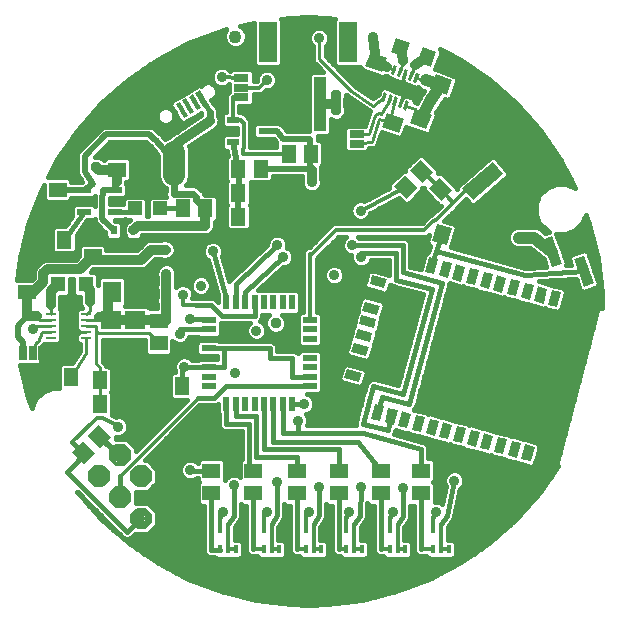
<source format=gtl>
G75*
%MOIN*%
%OFA0B0*%
%FSLAX25Y25*%
%IPPOS*%
%LPD*%
%AMOC8*
5,1,8,0,0,1.08239X$1,22.5*
%
%ADD10R,0.05906X0.05118*%
%ADD11R,0.05118X0.05906*%
%ADD12C,0.01480*%
%ADD13R,0.04724X0.02165*%
%ADD14R,0.03150X0.05118*%
%ADD15R,0.07480X0.07480*%
%ADD16R,0.01575X0.05315*%
%ADD17R,0.05000X0.02200*%
%ADD18R,0.02200X0.05000*%
%ADD19R,0.04724X0.04724*%
%ADD20R,0.09843X0.03504*%
%ADD21R,0.13386X0.05512*%
%ADD22R,0.22047X0.09055*%
%ADD23R,0.03937X0.18110*%
%ADD24R,0.06299X0.13386*%
%ADD25R,0.05118X0.04921*%
%ADD26R,0.07087X0.06299*%
%ADD27R,0.02362X0.03150*%
%ADD28C,0.07400*%
%ADD29R,0.04331X0.02362*%
%ADD30R,0.03150X0.01102*%
%ADD31R,0.04724X0.07874*%
%ADD32R,0.05000X0.02500*%
%ADD33R,0.03346X0.01102*%
%ADD34R,0.06693X0.08465*%
%ADD35R,0.00984X0.03150*%
%ADD36R,0.06299X0.07087*%
%ADD37R,0.04921X0.05118*%
%ADD38R,0.02500X0.05000*%
%ADD39R,0.01378X0.03150*%
%ADD40C,0.01600*%
%ADD41C,0.03569*%
%ADD42C,0.01000*%
%ADD43C,0.01200*%
%ADD44C,0.04356*%
%ADD45C,0.03765*%
%ADD46C,0.03200*%
%ADD47C,0.02000*%
%ADD48C,0.02400*%
%ADD49C,0.04000*%
D10*
X0069700Y0041060D03*
X0069700Y0048540D03*
X0083700Y0048540D03*
X0083700Y0041060D03*
X0098200Y0041060D03*
X0098200Y0048540D03*
X0112200Y0048540D03*
X0112200Y0041060D03*
X0126200Y0041060D03*
X0126200Y0048540D03*
X0139700Y0048540D03*
X0139700Y0041060D03*
X0052200Y0091060D03*
X0052200Y0098540D03*
X0030200Y0120060D03*
X0030200Y0127540D03*
X0018444Y0134761D03*
X0018444Y0142241D03*
X0038417Y0148863D03*
X0038417Y0156343D03*
X0008200Y0115540D03*
X0008200Y0108060D03*
D11*
X0013161Y0125556D03*
X0020641Y0125556D03*
X0060204Y0136001D03*
X0067684Y0136001D03*
X0078710Y0133300D03*
X0086190Y0133300D03*
X0086190Y0141300D03*
X0078710Y0141300D03*
X0078710Y0149300D03*
X0086190Y0149300D03*
X0095460Y0154300D03*
X0102940Y0154300D03*
G36*
X0124021Y0156141D02*
X0125772Y0160949D01*
X0131321Y0158929D01*
X0129570Y0154121D01*
X0124021Y0156141D01*
G37*
G36*
X0126579Y0163171D02*
X0128330Y0167979D01*
X0133879Y0165959D01*
X0132128Y0161151D01*
X0126579Y0163171D01*
G37*
G36*
X0133271Y0157391D02*
X0135022Y0162199D01*
X0140571Y0160179D01*
X0138820Y0155371D01*
X0133271Y0157391D01*
G37*
G36*
X0135829Y0164421D02*
X0137580Y0169229D01*
X0143129Y0167209D01*
X0141378Y0162401D01*
X0135829Y0164421D01*
G37*
G36*
X0150071Y0178679D02*
X0148320Y0173871D01*
X0142771Y0175891D01*
X0144522Y0180699D01*
X0150071Y0178679D01*
G37*
G36*
X0152629Y0185709D02*
X0150878Y0180901D01*
X0145329Y0182921D01*
X0147080Y0187729D01*
X0152629Y0185709D01*
G37*
G36*
X0121079Y0183421D02*
X0122830Y0188229D01*
X0128379Y0186209D01*
X0126628Y0181401D01*
X0121079Y0183421D01*
G37*
G36*
X0118521Y0176391D02*
X0120272Y0181199D01*
X0125821Y0179179D01*
X0124070Y0174371D01*
X0118521Y0176391D01*
G37*
G36*
X0135932Y0148675D02*
X0139551Y0152294D01*
X0143726Y0148119D01*
X0140107Y0144500D01*
X0135932Y0148675D01*
G37*
G36*
X0130643Y0143386D02*
X0134262Y0147005D01*
X0138437Y0142830D01*
X0134818Y0139211D01*
X0130643Y0143386D01*
G37*
G36*
X0136961Y0137374D02*
X0140580Y0140993D01*
X0144755Y0136818D01*
X0141136Y0133199D01*
X0136961Y0137374D01*
G37*
G36*
X0142251Y0142664D02*
X0145870Y0146283D01*
X0150045Y0142108D01*
X0146426Y0138489D01*
X0142251Y0142664D01*
G37*
G36*
X0148294Y0123754D02*
X0143351Y0125078D01*
X0144880Y0130782D01*
X0149823Y0129458D01*
X0148294Y0123754D01*
G37*
G36*
X0155520Y0121818D02*
X0150577Y0123142D01*
X0152106Y0128846D01*
X0157049Y0127522D01*
X0155520Y0121818D01*
G37*
X0059940Y0076800D03*
X0052460Y0076800D03*
X0039940Y0078800D03*
X0032460Y0078800D03*
X0032460Y0070800D03*
X0039940Y0070800D03*
G36*
X0036242Y0059667D02*
X0032623Y0056048D01*
X0028448Y0060223D01*
X0032067Y0063842D01*
X0036242Y0059667D01*
G37*
G36*
X0030952Y0054377D02*
X0027333Y0050758D01*
X0023158Y0054933D01*
X0026777Y0058552D01*
X0030952Y0054377D01*
G37*
X0022940Y0079800D03*
X0015460Y0079800D03*
D12*
X0039757Y0051652D02*
X0040497Y0050912D01*
X0038045Y0050912D01*
X0036312Y0052645D01*
X0036312Y0055097D01*
X0038045Y0056830D01*
X0040497Y0056830D01*
X0042230Y0055097D01*
X0042230Y0052645D01*
X0040497Y0050912D01*
X0040037Y0052022D01*
X0038505Y0052022D01*
X0037422Y0053105D01*
X0037422Y0054637D01*
X0038505Y0055720D01*
X0040037Y0055720D01*
X0041120Y0054637D01*
X0041120Y0053105D01*
X0040037Y0052022D01*
X0039577Y0053132D01*
X0038965Y0053132D01*
X0038532Y0053565D01*
X0038532Y0054177D01*
X0038965Y0054610D01*
X0039577Y0054610D01*
X0040010Y0054177D01*
X0040010Y0053565D01*
X0039577Y0053132D01*
X0046828Y0044581D02*
X0047568Y0043841D01*
X0045116Y0043841D01*
X0043383Y0045574D01*
X0043383Y0048026D01*
X0045116Y0049759D01*
X0047568Y0049759D01*
X0049301Y0048026D01*
X0049301Y0045574D01*
X0047568Y0043841D01*
X0047108Y0044951D01*
X0045576Y0044951D01*
X0044493Y0046034D01*
X0044493Y0047566D01*
X0045576Y0048649D01*
X0047108Y0048649D01*
X0048191Y0047566D01*
X0048191Y0046034D01*
X0047108Y0044951D01*
X0046648Y0046061D01*
X0046036Y0046061D01*
X0045603Y0046494D01*
X0045603Y0047106D01*
X0046036Y0047539D01*
X0046648Y0047539D01*
X0047081Y0047106D01*
X0047081Y0046494D01*
X0046648Y0046061D01*
X0053899Y0037510D02*
X0054639Y0036770D01*
X0052187Y0036770D01*
X0050454Y0038503D01*
X0050454Y0040955D01*
X0052187Y0042688D01*
X0054639Y0042688D01*
X0056372Y0040955D01*
X0056372Y0038503D01*
X0054639Y0036770D01*
X0054179Y0037880D01*
X0052647Y0037880D01*
X0051564Y0038963D01*
X0051564Y0040495D01*
X0052647Y0041578D01*
X0054179Y0041578D01*
X0055262Y0040495D01*
X0055262Y0038963D01*
X0054179Y0037880D01*
X0053719Y0038990D01*
X0053107Y0038990D01*
X0052674Y0039423D01*
X0052674Y0040035D01*
X0053107Y0040468D01*
X0053719Y0040468D01*
X0054152Y0040035D01*
X0054152Y0039423D01*
X0053719Y0038990D01*
X0046828Y0030439D02*
X0047568Y0029699D01*
X0045116Y0029699D01*
X0043383Y0031432D01*
X0043383Y0033884D01*
X0045116Y0035617D01*
X0047568Y0035617D01*
X0049301Y0033884D01*
X0049301Y0031432D01*
X0047568Y0029699D01*
X0047108Y0030809D01*
X0045576Y0030809D01*
X0044493Y0031892D01*
X0044493Y0033424D01*
X0045576Y0034507D01*
X0047108Y0034507D01*
X0048191Y0033424D01*
X0048191Y0031892D01*
X0047108Y0030809D01*
X0046648Y0031919D01*
X0046036Y0031919D01*
X0045603Y0032352D01*
X0045603Y0032964D01*
X0046036Y0033397D01*
X0046648Y0033397D01*
X0047081Y0032964D01*
X0047081Y0032352D01*
X0046648Y0031919D01*
X0039757Y0037510D02*
X0040497Y0036770D01*
X0038045Y0036770D01*
X0036312Y0038503D01*
X0036312Y0040955D01*
X0038045Y0042688D01*
X0040497Y0042688D01*
X0042230Y0040955D01*
X0042230Y0038503D01*
X0040497Y0036770D01*
X0040037Y0037880D01*
X0038505Y0037880D01*
X0037422Y0038963D01*
X0037422Y0040495D01*
X0038505Y0041578D01*
X0040037Y0041578D01*
X0041120Y0040495D01*
X0041120Y0038963D01*
X0040037Y0037880D01*
X0039577Y0038990D01*
X0038965Y0038990D01*
X0038532Y0039423D01*
X0038532Y0040035D01*
X0038965Y0040468D01*
X0039577Y0040468D01*
X0040010Y0040035D01*
X0040010Y0039423D01*
X0039577Y0038990D01*
X0032686Y0044581D02*
X0033426Y0043841D01*
X0030974Y0043841D01*
X0029241Y0045574D01*
X0029241Y0048026D01*
X0030974Y0049759D01*
X0033426Y0049759D01*
X0035159Y0048026D01*
X0035159Y0045574D01*
X0033426Y0043841D01*
X0032966Y0044951D01*
X0031434Y0044951D01*
X0030351Y0046034D01*
X0030351Y0047566D01*
X0031434Y0048649D01*
X0032966Y0048649D01*
X0034049Y0047566D01*
X0034049Y0046034D01*
X0032966Y0044951D01*
X0032506Y0046061D01*
X0031894Y0046061D01*
X0031461Y0046494D01*
X0031461Y0047106D01*
X0031894Y0047539D01*
X0032506Y0047539D01*
X0032939Y0047106D01*
X0032939Y0046494D01*
X0032506Y0046061D01*
D13*
X0037563Y0134761D03*
X0037563Y0138501D03*
X0037563Y0142241D03*
X0027326Y0142241D03*
X0027326Y0134761D03*
D14*
G36*
X0115105Y0083297D02*
X0115920Y0086339D01*
X0120863Y0085015D01*
X0120048Y0081973D01*
X0115105Y0083297D01*
G37*
G36*
X0114086Y0079494D02*
X0114901Y0082536D01*
X0119844Y0081212D01*
X0119029Y0078170D01*
X0114086Y0079494D01*
G37*
G36*
X0116430Y0088241D02*
X0117245Y0091283D01*
X0122188Y0089959D01*
X0121373Y0086917D01*
X0116430Y0088241D01*
G37*
G36*
X0117653Y0092804D02*
X0118468Y0095846D01*
X0123411Y0094522D01*
X0122596Y0091480D01*
X0117653Y0092804D01*
G37*
G36*
X0118876Y0097367D02*
X0119691Y0100409D01*
X0124634Y0099085D01*
X0123819Y0096043D01*
X0118876Y0097367D01*
G37*
G36*
X0120098Y0101931D02*
X0120913Y0104973D01*
X0125856Y0103649D01*
X0125041Y0100607D01*
X0120098Y0101931D01*
G37*
G36*
X0121423Y0106875D02*
X0122238Y0109917D01*
X0127181Y0108593D01*
X0126366Y0105551D01*
X0121423Y0106875D01*
G37*
G36*
X0122442Y0110677D02*
X0123257Y0113719D01*
X0128200Y0112395D01*
X0127385Y0109353D01*
X0122442Y0110677D01*
G37*
G36*
X0139375Y0115311D02*
X0136333Y0116126D01*
X0137657Y0121069D01*
X0140699Y0120254D01*
X0139375Y0115311D01*
G37*
G36*
X0143939Y0114089D02*
X0140897Y0114904D01*
X0142221Y0119847D01*
X0145263Y0119032D01*
X0143939Y0114089D01*
G37*
G36*
X0148502Y0112866D02*
X0145460Y0113681D01*
X0146784Y0118624D01*
X0149826Y0117809D01*
X0148502Y0112866D01*
G37*
G36*
X0153066Y0111643D02*
X0150024Y0112458D01*
X0151348Y0117401D01*
X0154390Y0116586D01*
X0153066Y0111643D01*
G37*
G36*
X0157629Y0110420D02*
X0154587Y0111235D01*
X0155911Y0116178D01*
X0158953Y0115363D01*
X0157629Y0110420D01*
G37*
G36*
X0162193Y0109198D02*
X0159151Y0110013D01*
X0160475Y0114956D01*
X0163517Y0114141D01*
X0162193Y0109198D01*
G37*
G36*
X0166756Y0107975D02*
X0163714Y0108790D01*
X0165038Y0113733D01*
X0168080Y0112918D01*
X0166756Y0107975D01*
G37*
G36*
X0171319Y0106752D02*
X0168277Y0107567D01*
X0169601Y0112510D01*
X0172643Y0111695D01*
X0171319Y0106752D01*
G37*
G36*
X0175883Y0105529D02*
X0172841Y0106344D01*
X0174165Y0111287D01*
X0177207Y0110472D01*
X0175883Y0105529D01*
G37*
G36*
X0180446Y0104307D02*
X0177404Y0105122D01*
X0178728Y0110065D01*
X0181770Y0109250D01*
X0180446Y0104307D01*
G37*
G36*
X0185010Y0103084D02*
X0181968Y0103899D01*
X0183292Y0108842D01*
X0186334Y0108027D01*
X0185010Y0103084D01*
G37*
G36*
X0189573Y0101861D02*
X0186531Y0102676D01*
X0187855Y0107619D01*
X0190897Y0106804D01*
X0189573Y0101861D01*
G37*
G36*
X0148742Y0059000D02*
X0145700Y0059815D01*
X0147024Y0064758D01*
X0150066Y0063943D01*
X0148742Y0059000D01*
G37*
G36*
X0153305Y0057777D02*
X0150263Y0058592D01*
X0151587Y0063535D01*
X0154629Y0062720D01*
X0153305Y0057777D01*
G37*
G36*
X0157869Y0056554D02*
X0154827Y0057369D01*
X0156151Y0062312D01*
X0159193Y0061497D01*
X0157869Y0056554D01*
G37*
G36*
X0162432Y0055332D02*
X0159390Y0056147D01*
X0160714Y0061090D01*
X0163756Y0060275D01*
X0162432Y0055332D01*
G37*
G36*
X0166996Y0054109D02*
X0163954Y0054924D01*
X0165278Y0059867D01*
X0168320Y0059052D01*
X0166996Y0054109D01*
G37*
G36*
X0171559Y0052886D02*
X0168517Y0053701D01*
X0169841Y0058644D01*
X0172883Y0057829D01*
X0171559Y0052886D01*
G37*
G36*
X0176123Y0051663D02*
X0173081Y0052478D01*
X0174405Y0057421D01*
X0177447Y0056606D01*
X0176123Y0051663D01*
G37*
G36*
X0144179Y0060223D02*
X0141137Y0061038D01*
X0142461Y0065981D01*
X0145503Y0065166D01*
X0144179Y0060223D01*
G37*
G36*
X0139615Y0061445D02*
X0136573Y0062260D01*
X0137897Y0067203D01*
X0140939Y0066388D01*
X0139615Y0061445D01*
G37*
G36*
X0135052Y0062668D02*
X0132010Y0063483D01*
X0133334Y0068426D01*
X0136376Y0067611D01*
X0135052Y0062668D01*
G37*
G36*
X0130488Y0063891D02*
X0127446Y0064706D01*
X0128770Y0069649D01*
X0131812Y0068834D01*
X0130488Y0063891D01*
G37*
G36*
X0125925Y0065114D02*
X0122883Y0065929D01*
X0124207Y0070872D01*
X0127249Y0070057D01*
X0125925Y0065114D01*
G37*
D15*
G36*
X0037954Y0172794D02*
X0044430Y0176534D01*
X0048170Y0170058D01*
X0041694Y0166318D01*
X0037954Y0172794D01*
G37*
G36*
X0047501Y0178306D02*
X0053977Y0182046D01*
X0057717Y0175570D01*
X0051241Y0171830D01*
X0047501Y0178306D01*
G37*
G36*
X0055683Y0183030D02*
X0062159Y0186770D01*
X0065899Y0180294D01*
X0059423Y0176554D01*
X0055683Y0183030D01*
G37*
G36*
X0065230Y0188542D02*
X0071706Y0192282D01*
X0075446Y0185806D01*
X0068970Y0182066D01*
X0065230Y0188542D01*
G37*
D16*
G36*
X0064437Y0174560D02*
X0065801Y0175347D01*
X0068457Y0170746D01*
X0067093Y0169959D01*
X0064437Y0174560D01*
G37*
G36*
X0062221Y0173281D02*
X0063585Y0174068D01*
X0066241Y0169467D01*
X0064877Y0168680D01*
X0062221Y0173281D01*
G37*
G36*
X0060005Y0172001D02*
X0061369Y0172788D01*
X0064025Y0168187D01*
X0062661Y0167400D01*
X0060005Y0172001D01*
G37*
G36*
X0057789Y0170722D02*
X0059153Y0171509D01*
X0061809Y0166908D01*
X0060445Y0166121D01*
X0057789Y0170722D01*
G37*
G36*
X0055573Y0169442D02*
X0056937Y0170229D01*
X0059593Y0165628D01*
X0058229Y0164841D01*
X0055573Y0169442D01*
G37*
D17*
X0068800Y0098824D03*
X0068800Y0095674D03*
X0068800Y0092524D03*
X0068800Y0089375D03*
X0068800Y0086225D03*
X0068800Y0083076D03*
X0068800Y0079926D03*
X0068800Y0076776D03*
X0102600Y0076776D03*
X0102600Y0079926D03*
X0102600Y0083076D03*
X0102600Y0086225D03*
X0102600Y0089375D03*
X0102600Y0092524D03*
X0102600Y0095674D03*
X0102600Y0098824D03*
D18*
X0096724Y0104700D03*
X0093574Y0104700D03*
X0090424Y0104700D03*
X0087275Y0104700D03*
X0084125Y0104700D03*
X0080976Y0104700D03*
X0077826Y0104700D03*
X0074676Y0104700D03*
X0074676Y0070900D03*
X0077826Y0070900D03*
X0080976Y0070900D03*
X0084125Y0070900D03*
X0087275Y0070900D03*
X0090424Y0070900D03*
X0093574Y0070900D03*
X0096724Y0070900D03*
D19*
X0052578Y0136001D03*
X0044310Y0136001D03*
D20*
G36*
X0183138Y0126852D02*
X0186503Y0117604D01*
X0183210Y0116406D01*
X0179845Y0125654D01*
X0183138Y0126852D01*
G37*
G36*
X0193903Y0120296D02*
X0197268Y0111048D01*
X0193975Y0109850D01*
X0190610Y0119098D01*
X0193903Y0120296D01*
G37*
D21*
G36*
X0153361Y0142833D02*
X0163463Y0151614D01*
X0167079Y0147455D01*
X0156977Y0138674D01*
X0153361Y0142833D01*
G37*
G36*
X0146903Y0150261D02*
X0157005Y0159042D01*
X0160621Y0154883D01*
X0150519Y0146102D01*
X0146903Y0150261D01*
G37*
D22*
G36*
X0144213Y0165659D02*
X0160851Y0180122D01*
X0166791Y0173289D01*
X0150153Y0158826D01*
X0144213Y0165659D01*
G37*
G36*
X0165703Y0140937D02*
X0182341Y0155400D01*
X0188281Y0148567D01*
X0171643Y0134104D01*
X0165703Y0140937D01*
G37*
D23*
X0105924Y0170932D03*
X0098050Y0170932D03*
D24*
X0088602Y0191404D03*
X0115373Y0191404D03*
D25*
G36*
X0136039Y0191195D02*
X0134289Y0186386D01*
X0129667Y0188069D01*
X0131417Y0192878D01*
X0136039Y0191195D01*
G37*
G36*
X0144733Y0188031D02*
X0142983Y0183222D01*
X0138361Y0184905D01*
X0140111Y0189714D01*
X0144733Y0188031D01*
G37*
D26*
X0044200Y0098812D03*
X0036200Y0098812D03*
X0036200Y0087788D03*
X0044200Y0087788D03*
D27*
X0043700Y0118879D03*
X0037200Y0118934D03*
X0037200Y0128776D03*
X0043700Y0128721D03*
D28*
X0047318Y0147313D02*
X0047318Y0154713D01*
X0057318Y0154713D02*
X0057318Y0147313D01*
D29*
X0076885Y0158060D03*
X0076885Y0161800D03*
X0076885Y0165540D03*
X0087515Y0165540D03*
X0087515Y0161800D03*
X0087515Y0158060D03*
D30*
G36*
X0126261Y0171731D02*
X0127337Y0174690D01*
X0128373Y0174313D01*
X0127297Y0171354D01*
X0126261Y0171731D01*
G37*
G36*
X0128111Y0171058D02*
X0129187Y0174017D01*
X0130223Y0173640D01*
X0129147Y0170681D01*
X0128111Y0171058D01*
G37*
G36*
X0129961Y0170385D02*
X0131037Y0173344D01*
X0132073Y0172967D01*
X0130997Y0170008D01*
X0129961Y0170385D01*
G37*
G36*
X0131811Y0169711D02*
X0132887Y0172670D01*
X0133923Y0172293D01*
X0132847Y0169334D01*
X0131811Y0169711D01*
G37*
G36*
X0133660Y0169038D02*
X0134736Y0171997D01*
X0135772Y0171620D01*
X0134696Y0168661D01*
X0133660Y0169038D01*
G37*
G36*
X0137027Y0178287D02*
X0138103Y0181246D01*
X0139139Y0180869D01*
X0138063Y0177910D01*
X0137027Y0178287D01*
G37*
G36*
X0135177Y0178960D02*
X0136253Y0181919D01*
X0137289Y0181542D01*
X0136213Y0178583D01*
X0135177Y0178960D01*
G37*
G36*
X0133327Y0179633D02*
X0134403Y0182592D01*
X0135439Y0182215D01*
X0134363Y0179256D01*
X0133327Y0179633D01*
G37*
G36*
X0131477Y0180307D02*
X0132553Y0183266D01*
X0133589Y0182889D01*
X0132513Y0179930D01*
X0131477Y0180307D01*
G37*
G36*
X0129628Y0180980D02*
X0130704Y0183939D01*
X0131740Y0183562D01*
X0130664Y0180603D01*
X0129628Y0180980D01*
G37*
D31*
G36*
X0128193Y0175427D02*
X0129809Y0179866D01*
X0137207Y0177173D01*
X0135591Y0172734D01*
X0128193Y0175427D01*
G37*
D32*
X0118200Y0164000D03*
X0118200Y0160800D03*
X0118200Y0157600D03*
X0079700Y0173100D03*
X0079700Y0176300D03*
X0079700Y0179500D03*
D33*
X0028007Y0100737D03*
X0028007Y0098769D03*
X0028007Y0096800D03*
X0028007Y0094831D03*
X0028007Y0092863D03*
X0016393Y0092863D03*
X0016393Y0094831D03*
X0016393Y0096800D03*
X0016393Y0098769D03*
X0016393Y0100737D03*
D34*
X0022200Y0096800D03*
D35*
X0021413Y0091387D03*
X0022987Y0091387D03*
X0024562Y0091387D03*
X0019838Y0091387D03*
X0019838Y0102213D03*
X0021413Y0102213D03*
X0022987Y0102213D03*
X0024562Y0102213D03*
D36*
X0036688Y0108300D03*
X0047712Y0108300D03*
D37*
X0027826Y0110800D03*
X0018574Y0110800D03*
D38*
X0013400Y0087800D03*
X0010200Y0087800D03*
X0007000Y0087800D03*
D39*
X0072720Y0029146D03*
X0075279Y0029146D03*
X0077838Y0029146D03*
X0077838Y0022454D03*
X0075279Y0022454D03*
X0072720Y0022454D03*
X0087220Y0022454D03*
X0089779Y0022454D03*
X0092338Y0022454D03*
X0092338Y0029146D03*
X0089779Y0029146D03*
X0087220Y0029146D03*
X0101220Y0029146D03*
X0103779Y0029146D03*
X0106338Y0029146D03*
X0106338Y0022454D03*
X0103779Y0022454D03*
X0101220Y0022454D03*
X0114720Y0022454D03*
X0117279Y0022454D03*
X0119838Y0022454D03*
X0119838Y0029146D03*
X0117279Y0029146D03*
X0114720Y0029146D03*
X0129220Y0029146D03*
X0131779Y0029146D03*
X0134338Y0029146D03*
X0134338Y0022454D03*
X0131779Y0022454D03*
X0129220Y0022454D03*
X0143720Y0022454D03*
X0146279Y0022454D03*
X0148838Y0022454D03*
X0148838Y0029146D03*
X0146279Y0029146D03*
X0143720Y0029146D03*
D40*
X0032974Y0032574D02*
X0025135Y0041423D01*
X0025028Y0041578D01*
X0039976Y0026630D01*
X0040277Y0026309D01*
X0040313Y0026293D01*
X0040341Y0026265D01*
X0040747Y0026097D01*
X0041147Y0025916D01*
X0041186Y0025915D01*
X0041223Y0025900D01*
X0041662Y0025900D01*
X0042101Y0025886D01*
X0042138Y0025900D01*
X0042177Y0025900D01*
X0042583Y0026068D01*
X0042995Y0026223D01*
X0043023Y0026250D01*
X0043059Y0026265D01*
X0043370Y0026576D01*
X0044203Y0027358D01*
X0048537Y0027358D01*
X0051642Y0030463D01*
X0051642Y0034853D01*
X0048537Y0037958D01*
X0044571Y0037958D01*
X0044571Y0041500D01*
X0048537Y0041500D01*
X0051642Y0044605D01*
X0051642Y0048995D01*
X0048537Y0052100D01*
X0047470Y0052100D01*
X0065770Y0070400D01*
X0071177Y0070400D01*
X0071976Y0070731D01*
X0071976Y0067737D01*
X0072276Y0067437D01*
X0072276Y0063823D01*
X0072642Y0062941D01*
X0073317Y0062265D01*
X0074199Y0061900D01*
X0079800Y0061900D01*
X0079800Y0052415D01*
X0079147Y0051762D01*
X0079147Y0046639D01*
X0079117Y0046669D01*
X0077873Y0047184D01*
X0076527Y0047184D01*
X0075283Y0046669D01*
X0074331Y0045717D01*
X0074253Y0045528D01*
X0074253Y0051762D01*
X0073315Y0052699D01*
X0066084Y0052699D01*
X0065147Y0051762D01*
X0065147Y0051139D01*
X0064617Y0051669D01*
X0063373Y0052184D01*
X0062027Y0052184D01*
X0060783Y0051669D01*
X0059831Y0050717D01*
X0059316Y0049473D01*
X0059316Y0048127D01*
X0059831Y0046883D01*
X0060783Y0045931D01*
X0062027Y0045416D01*
X0063373Y0045416D01*
X0064617Y0045931D01*
X0064826Y0046140D01*
X0065147Y0046140D01*
X0065147Y0045318D01*
X0065666Y0044800D01*
X0065147Y0044282D01*
X0065147Y0037838D01*
X0066084Y0036901D01*
X0067300Y0036901D01*
X0067300Y0021823D01*
X0067665Y0020941D01*
X0068341Y0020265D01*
X0069223Y0019900D01*
X0070747Y0019900D01*
X0071368Y0019279D01*
X0079190Y0019279D01*
X0080127Y0020216D01*
X0080127Y0024691D01*
X0079190Y0025628D01*
X0077479Y0025628D01*
X0077479Y0026820D01*
X0077568Y0026909D01*
X0077568Y0029951D01*
X0079035Y0031991D01*
X0079235Y0032191D01*
X0079311Y0032375D01*
X0079427Y0032536D01*
X0079492Y0032811D01*
X0079600Y0033073D01*
X0079600Y0033272D01*
X0079646Y0033466D01*
X0079600Y0033745D01*
X0079600Y0037385D01*
X0080084Y0036901D01*
X0081300Y0036901D01*
X0081300Y0021976D01*
X0081665Y0021094D01*
X0082341Y0020419D01*
X0083223Y0020054D01*
X0084177Y0020054D01*
X0084660Y0020254D01*
X0084931Y0020254D01*
X0084931Y0020216D01*
X0085868Y0019279D01*
X0093690Y0019279D01*
X0094627Y0020216D01*
X0094627Y0024691D01*
X0093690Y0025628D01*
X0091979Y0025628D01*
X0091979Y0026820D01*
X0092068Y0026909D01*
X0092068Y0029991D01*
X0093570Y0032276D01*
X0093735Y0032441D01*
X0093830Y0032671D01*
X0093968Y0032880D01*
X0094011Y0033108D01*
X0094100Y0033323D01*
X0094100Y0033572D01*
X0094147Y0033818D01*
X0094100Y0034045D01*
X0094100Y0037385D01*
X0094584Y0036901D01*
X0095800Y0036901D01*
X0095800Y0021976D01*
X0096165Y0021094D01*
X0096841Y0020419D01*
X0097723Y0020054D01*
X0098677Y0020054D01*
X0098971Y0020175D01*
X0099868Y0019279D01*
X0107690Y0019279D01*
X0108627Y0020216D01*
X0108627Y0024691D01*
X0107690Y0025628D01*
X0105979Y0025628D01*
X0105979Y0026820D01*
X0106068Y0026909D01*
X0106068Y0029991D01*
X0107570Y0032276D01*
X0107735Y0032441D01*
X0107830Y0032671D01*
X0107968Y0032880D01*
X0108011Y0033108D01*
X0108100Y0033323D01*
X0108100Y0033572D01*
X0108147Y0033818D01*
X0108100Y0034045D01*
X0108100Y0037385D01*
X0108584Y0036901D01*
X0109800Y0036901D01*
X0109800Y0021976D01*
X0110165Y0021094D01*
X0110841Y0020419D01*
X0111723Y0020054D01*
X0112593Y0020054D01*
X0113368Y0019279D01*
X0121190Y0019279D01*
X0122127Y0020216D01*
X0122127Y0024691D01*
X0121190Y0025628D01*
X0119479Y0025628D01*
X0119479Y0026820D01*
X0119568Y0026909D01*
X0119568Y0029951D01*
X0121017Y0031965D01*
X0121199Y0032139D01*
X0121293Y0032349D01*
X0121427Y0032536D01*
X0121485Y0032781D01*
X0121587Y0033011D01*
X0121593Y0033241D01*
X0121646Y0033466D01*
X0121605Y0033714D01*
X0121709Y0037776D01*
X0122584Y0036901D01*
X0123800Y0036901D01*
X0123800Y0021976D01*
X0124165Y0021094D01*
X0124841Y0020419D01*
X0125723Y0020054D01*
X0126677Y0020054D01*
X0126971Y0020175D01*
X0127868Y0019279D01*
X0135690Y0019279D01*
X0136627Y0020216D01*
X0136627Y0024691D01*
X0135690Y0025628D01*
X0133979Y0025628D01*
X0133979Y0026820D01*
X0134068Y0026909D01*
X0134068Y0029951D01*
X0135535Y0031991D01*
X0135735Y0032191D01*
X0135811Y0032375D01*
X0135927Y0032536D01*
X0135992Y0032811D01*
X0136100Y0033073D01*
X0136100Y0033272D01*
X0136146Y0033466D01*
X0136100Y0033745D01*
X0136100Y0036901D01*
X0137300Y0036901D01*
X0137300Y0021976D01*
X0137665Y0021094D01*
X0138341Y0020419D01*
X0139223Y0020054D01*
X0140177Y0020054D01*
X0140660Y0020254D01*
X0141431Y0020254D01*
X0141431Y0020216D01*
X0142368Y0019279D01*
X0150190Y0019279D01*
X0151127Y0020216D01*
X0151127Y0024691D01*
X0150190Y0025628D01*
X0148479Y0025628D01*
X0148479Y0026820D01*
X0148568Y0026909D01*
X0148568Y0029951D01*
X0149885Y0031783D01*
X0149907Y0031797D01*
X0150163Y0032169D01*
X0150427Y0032536D01*
X0150433Y0032562D01*
X0150448Y0032584D01*
X0150542Y0033025D01*
X0150646Y0033466D01*
X0150641Y0033492D01*
X0152536Y0042397D01*
X0152617Y0042431D01*
X0153569Y0043383D01*
X0154084Y0044627D01*
X0154084Y0045973D01*
X0153569Y0047217D01*
X0152617Y0048169D01*
X0151373Y0048684D01*
X0150027Y0048684D01*
X0148783Y0048169D01*
X0147831Y0047217D01*
X0147316Y0045973D01*
X0147316Y0044627D01*
X0147831Y0043383D01*
X0147837Y0043377D01*
X0146578Y0037458D01*
X0146367Y0037669D01*
X0145123Y0038184D01*
X0144253Y0038184D01*
X0144253Y0044282D01*
X0143734Y0044800D01*
X0144253Y0045318D01*
X0144253Y0051762D01*
X0143315Y0052699D01*
X0142100Y0052699D01*
X0142100Y0055468D01*
X0142139Y0055608D01*
X0142100Y0055942D01*
X0142100Y0056277D01*
X0142044Y0056412D01*
X0142027Y0056556D01*
X0141863Y0056849D01*
X0141735Y0057159D01*
X0141632Y0057262D01*
X0141561Y0057389D01*
X0141297Y0057597D01*
X0141059Y0057835D01*
X0140925Y0057890D01*
X0140811Y0057980D01*
X0140488Y0058071D01*
X0140177Y0058200D01*
X0140032Y0058200D01*
X0130619Y0060855D01*
X0130666Y0060924D01*
X0130927Y0061286D01*
X0130934Y0061317D01*
X0130953Y0061344D01*
X0131043Y0061781D01*
X0131111Y0062067D01*
X0135278Y0060951D01*
X0135430Y0061039D01*
X0135518Y0060886D01*
X0139841Y0059728D01*
X0139994Y0059816D01*
X0140082Y0059663D01*
X0144404Y0058505D01*
X0144557Y0058593D01*
X0144645Y0058441D01*
X0148968Y0057282D01*
X0149121Y0057371D01*
X0149209Y0057218D01*
X0153531Y0056060D01*
X0153684Y0056148D01*
X0153772Y0055995D01*
X0158095Y0054837D01*
X0158247Y0054925D01*
X0158336Y0054772D01*
X0162658Y0053614D01*
X0162811Y0053702D01*
X0162899Y0053550D01*
X0167222Y0052391D01*
X0167374Y0052480D01*
X0167462Y0052327D01*
X0171785Y0051169D01*
X0171938Y0051257D01*
X0172026Y0051104D01*
X0176348Y0049946D01*
X0177496Y0050609D01*
X0179164Y0056833D01*
X0178501Y0057981D01*
X0174179Y0059139D01*
X0174026Y0059051D01*
X0173938Y0059203D01*
X0169615Y0060362D01*
X0169463Y0060273D01*
X0169374Y0060426D01*
X0165052Y0061584D01*
X0164899Y0061496D01*
X0164811Y0061649D01*
X0160488Y0062807D01*
X0160336Y0062719D01*
X0160248Y0062872D01*
X0155925Y0064030D01*
X0155772Y0063942D01*
X0155684Y0064094D01*
X0151362Y0065253D01*
X0151209Y0065164D01*
X0151121Y0065317D01*
X0146798Y0066475D01*
X0146645Y0066387D01*
X0146557Y0066540D01*
X0142235Y0067698D01*
X0142082Y0067610D01*
X0141994Y0067763D01*
X0137671Y0068921D01*
X0137519Y0068833D01*
X0137430Y0068985D01*
X0137348Y0069008D01*
X0137595Y0069327D01*
X0137885Y0069698D01*
X0137887Y0069705D01*
X0137891Y0069710D01*
X0138014Y0070165D01*
X0138140Y0070618D01*
X0138139Y0070625D01*
X0148892Y0110213D01*
X0148893Y0110215D01*
X0149017Y0110675D01*
X0149117Y0111044D01*
X0153291Y0109926D01*
X0153444Y0110014D01*
X0153532Y0109861D01*
X0157855Y0108703D01*
X0158008Y0108791D01*
X0158096Y0108638D01*
X0162418Y0107480D01*
X0162571Y0107568D01*
X0162659Y0107416D01*
X0166982Y0106257D01*
X0167134Y0106346D01*
X0167223Y0106193D01*
X0171545Y0105035D01*
X0171698Y0105123D01*
X0171786Y0104970D01*
X0176109Y0103812D01*
X0176261Y0103900D01*
X0176349Y0103747D01*
X0180672Y0102589D01*
X0180825Y0102677D01*
X0180913Y0102525D01*
X0185235Y0101366D01*
X0186383Y0102029D01*
X0188051Y0108253D01*
X0187388Y0109401D01*
X0183066Y0110559D01*
X0182913Y0110471D01*
X0182825Y0110624D01*
X0178931Y0111667D01*
X0191311Y0112493D01*
X0192699Y0108680D01*
X0193900Y0108119D01*
X0198439Y0109771D01*
X0198999Y0110972D01*
X0195179Y0121467D01*
X0193978Y0122027D01*
X0189440Y0120375D01*
X0188879Y0119174D01*
X0189602Y0117189D01*
X0188026Y0117084D01*
X0188233Y0117528D01*
X0186831Y0121382D01*
X0186660Y0122777D01*
X0185955Y0124024D01*
X0185835Y0124118D01*
X0184640Y0127400D01*
X0187871Y0127400D01*
X0190958Y0128679D01*
X0193321Y0131042D01*
X0194523Y0133943D01*
X0195667Y0130926D01*
X0198496Y0119447D01*
X0199921Y0107711D01*
X0200066Y0102910D01*
X0198700Y0103300D01*
X0184700Y0050300D01*
X0185278Y0050135D01*
X0179265Y0041423D01*
X0171426Y0032574D01*
X0162577Y0024735D01*
X0152847Y0018019D01*
X0142379Y0012525D01*
X0131326Y0008333D01*
X0119847Y0005504D01*
X0108111Y0004079D01*
X0102200Y0003900D01*
X0102200Y0003900D01*
X0096289Y0004079D01*
X0084553Y0005504D01*
X0073074Y0008333D01*
X0062021Y0012525D01*
X0051553Y0018019D01*
X0041823Y0024735D01*
X0032974Y0032574D01*
X0033429Y0032172D02*
X0034434Y0032172D01*
X0035233Y0030573D02*
X0036033Y0030573D01*
X0037037Y0028975D02*
X0037631Y0028975D01*
X0038842Y0027376D02*
X0039230Y0027376D01*
X0040646Y0025778D02*
X0067300Y0025778D01*
X0067300Y0027376D02*
X0048556Y0027376D01*
X0050154Y0028975D02*
X0067300Y0028975D01*
X0067300Y0030573D02*
X0051642Y0030573D01*
X0051642Y0032172D02*
X0067300Y0032172D01*
X0067300Y0033770D02*
X0051642Y0033770D01*
X0051127Y0035369D02*
X0067300Y0035369D01*
X0066018Y0036967D02*
X0049528Y0036967D01*
X0048800Y0041763D02*
X0065147Y0041763D01*
X0065147Y0043361D02*
X0050399Y0043361D01*
X0051642Y0044960D02*
X0065506Y0044960D01*
X0062700Y0048540D02*
X0069700Y0048540D01*
X0074253Y0048157D02*
X0079147Y0048157D01*
X0079147Y0049755D02*
X0074253Y0049755D01*
X0074253Y0051354D02*
X0079147Y0051354D01*
X0079800Y0052952D02*
X0048322Y0052952D01*
X0049284Y0051354D02*
X0060468Y0051354D01*
X0059433Y0049755D02*
X0050882Y0049755D01*
X0051642Y0048157D02*
X0059316Y0048157D01*
X0060156Y0046558D02*
X0051642Y0046558D01*
X0044571Y0040164D02*
X0065147Y0040164D01*
X0065147Y0038566D02*
X0044571Y0038566D01*
X0039271Y0039729D02*
X0039200Y0039800D01*
X0039200Y0046800D01*
X0049921Y0054551D02*
X0079800Y0054551D01*
X0079800Y0056149D02*
X0051519Y0056149D01*
X0053118Y0057748D02*
X0079800Y0057748D01*
X0079800Y0059346D02*
X0054716Y0059346D01*
X0056315Y0060945D02*
X0079800Y0060945D01*
X0082200Y0064300D02*
X0074676Y0064300D01*
X0074676Y0070900D01*
X0071976Y0070536D02*
X0071506Y0070536D01*
X0071976Y0068937D02*
X0064307Y0068937D01*
X0062709Y0067339D02*
X0072276Y0067339D01*
X0072276Y0065740D02*
X0061110Y0065740D01*
X0059512Y0064142D02*
X0072276Y0064142D01*
X0073039Y0062543D02*
X0057913Y0062543D01*
X0055171Y0065740D02*
X0041046Y0065740D01*
X0040617Y0066169D02*
X0041569Y0065217D01*
X0042084Y0063973D01*
X0042084Y0062627D01*
X0041569Y0061383D01*
X0040617Y0060431D01*
X0039373Y0059916D01*
X0038027Y0059916D01*
X0037842Y0059992D01*
X0037842Y0059171D01*
X0041466Y0059171D01*
X0044571Y0056066D01*
X0044571Y0055141D01*
X0061677Y0072247D01*
X0056718Y0072247D01*
X0055781Y0073184D01*
X0055781Y0080415D01*
X0056718Y0081353D01*
X0057540Y0081353D01*
X0057540Y0082085D01*
X0057316Y0082627D01*
X0057316Y0083973D01*
X0057831Y0085217D01*
X0058783Y0086169D01*
X0060027Y0086684D01*
X0061373Y0086684D01*
X0062617Y0086169D01*
X0063310Y0085476D01*
X0065337Y0085476D01*
X0065637Y0085776D01*
X0071550Y0085776D01*
X0071550Y0086675D01*
X0065637Y0086675D01*
X0064700Y0087612D01*
X0064700Y0091138D01*
X0065637Y0092075D01*
X0071963Y0092075D01*
X0072263Y0091775D01*
X0089677Y0091775D01*
X0090559Y0091409D01*
X0091235Y0090734D01*
X0091600Y0089852D01*
X0091600Y0088625D01*
X0097177Y0088625D01*
X0098059Y0088260D01*
X0098500Y0087819D01*
X0098500Y0087988D01*
X0099437Y0088925D01*
X0105763Y0088925D01*
X0106700Y0087988D01*
X0106700Y0075014D01*
X0105763Y0074076D01*
X0101634Y0074076D01*
X0102617Y0073669D01*
X0103569Y0072717D01*
X0104084Y0071473D01*
X0104084Y0070127D01*
X0103569Y0068883D01*
X0102617Y0067931D01*
X0101373Y0067416D01*
X0101370Y0067416D01*
X0101569Y0067217D01*
X0102084Y0065973D01*
X0102084Y0064627D01*
X0101700Y0063700D01*
X0117855Y0063700D01*
X0117823Y0063963D01*
X0117754Y0064385D01*
X0117766Y0064436D01*
X0117760Y0064487D01*
X0117875Y0064899D01*
X0117973Y0065314D01*
X0118004Y0065357D01*
X0121380Y0077415D01*
X0121487Y0077845D01*
X0121508Y0077873D01*
X0121518Y0077907D01*
X0121792Y0078256D01*
X0122056Y0078612D01*
X0122086Y0078630D01*
X0122107Y0078658D01*
X0122494Y0078875D01*
X0122875Y0079104D01*
X0122909Y0079109D01*
X0122939Y0079126D01*
X0123380Y0079179D01*
X0123819Y0079244D01*
X0123853Y0079236D01*
X0123887Y0079240D01*
X0124315Y0079120D01*
X0132000Y0077199D01*
X0140242Y0107566D01*
X0130905Y0109900D01*
X0130723Y0109900D01*
X0130446Y0110015D01*
X0130155Y0110087D01*
X0130009Y0110196D01*
X0129841Y0110265D01*
X0129629Y0110477D01*
X0129390Y0110654D01*
X0128759Y0108299D01*
X0127611Y0107636D01*
X0121387Y0109304D01*
X0120724Y0110452D01*
X0121883Y0114774D01*
X0123031Y0115437D01*
X0128800Y0113891D01*
X0128800Y0118900D01*
X0122990Y0118900D01*
X0122569Y0117883D01*
X0121617Y0116931D01*
X0120373Y0116416D01*
X0119027Y0116416D01*
X0117783Y0116931D01*
X0116831Y0117883D01*
X0116316Y0119127D01*
X0116316Y0120416D01*
X0116027Y0120416D01*
X0114783Y0120931D01*
X0113831Y0121883D01*
X0113316Y0123127D01*
X0113316Y0124473D01*
X0113831Y0125717D01*
X0114714Y0126600D01*
X0112111Y0126600D01*
X0105400Y0119889D01*
X0104800Y0119289D01*
X0104800Y0101524D01*
X0105763Y0101524D01*
X0106700Y0100586D01*
X0106700Y0090762D01*
X0105763Y0089824D01*
X0099437Y0089824D01*
X0098500Y0090762D01*
X0098500Y0100586D01*
X0099437Y0101524D01*
X0100400Y0101524D01*
X0100400Y0121711D01*
X0101689Y0123000D01*
X0102289Y0123000D01*
X0109000Y0129711D01*
X0110289Y0131000D01*
X0139861Y0131000D01*
X0141705Y0132844D01*
X0141788Y0133155D01*
X0142327Y0133465D01*
X0142766Y0133905D01*
X0143086Y0133905D01*
X0143339Y0134050D01*
X0146177Y0136888D01*
X0145763Y0136888D01*
X0140650Y0142001D01*
X0140650Y0142900D01*
X0140037Y0142900D01*
X0140037Y0142167D01*
X0135481Y0137611D01*
X0134155Y0137611D01*
X0132296Y0139470D01*
X0122806Y0134560D01*
X0122319Y0133383D01*
X0121367Y0132431D01*
X0120123Y0131916D01*
X0118777Y0131916D01*
X0117533Y0132431D01*
X0116581Y0133383D01*
X0116066Y0134627D01*
X0116066Y0135973D01*
X0116581Y0137217D01*
X0117533Y0138169D01*
X0118777Y0138684D01*
X0120123Y0138684D01*
X0120723Y0138436D01*
X0129042Y0142740D01*
X0129042Y0144049D01*
X0133598Y0148605D01*
X0134332Y0148605D01*
X0134332Y0149339D01*
X0138888Y0153895D01*
X0140213Y0153895D01*
X0145326Y0148782D01*
X0145326Y0147883D01*
X0146532Y0147883D01*
X0151645Y0142770D01*
X0151645Y0142357D01*
X0151729Y0142440D01*
X0151810Y0143606D01*
X0162913Y0153257D01*
X0164235Y0153165D01*
X0168721Y0148004D01*
X0168629Y0146682D01*
X0157526Y0137031D01*
X0156204Y0137123D01*
X0154544Y0139033D01*
X0152344Y0136833D01*
X0152340Y0136755D01*
X0151708Y0136196D01*
X0151111Y0135600D01*
X0151111Y0135600D01*
X0147301Y0131790D01*
X0150878Y0130832D01*
X0151540Y0129684D01*
X0149752Y0123009D01*
X0174439Y0116178D01*
X0181421Y0116644D01*
X0180512Y0119140D01*
X0175960Y0122700D01*
X0171484Y0122700D01*
X0170161Y0123248D01*
X0169148Y0124261D01*
X0168600Y0125584D01*
X0168600Y0127016D01*
X0169148Y0128339D01*
X0170161Y0129352D01*
X0171484Y0129900D01*
X0176981Y0129900D01*
X0177473Y0129960D01*
X0177691Y0129900D01*
X0177916Y0129900D01*
X0178375Y0129710D01*
X0178853Y0129577D01*
X0179031Y0129438D01*
X0179239Y0129352D01*
X0179590Y0129001D01*
X0181105Y0127816D01*
X0182393Y0128285D01*
X0181442Y0128679D01*
X0179079Y0131042D01*
X0177800Y0134129D01*
X0177800Y0137471D01*
X0179079Y0140558D01*
X0181442Y0142921D01*
X0184529Y0144200D01*
X0187871Y0144200D01*
X0190958Y0142921D01*
X0191006Y0142874D01*
X0185981Y0152447D01*
X0179265Y0162177D01*
X0171426Y0171026D01*
X0162577Y0178865D01*
X0152847Y0185581D01*
X0145956Y0189198D01*
X0146465Y0188106D01*
X0144389Y0182404D01*
X0144446Y0182430D01*
X0151241Y0179957D01*
X0151801Y0178756D01*
X0149597Y0172701D01*
X0148396Y0172141D01*
X0147502Y0172466D01*
X0145783Y0169932D01*
X0144627Y0167784D01*
X0144859Y0167285D01*
X0142655Y0161230D01*
X0141454Y0160670D01*
X0134659Y0163143D01*
X0134602Y0163266D01*
X0133405Y0159980D01*
X0132204Y0159420D01*
X0126481Y0161503D01*
X0125300Y0157959D01*
X0125300Y0157430D01*
X0125035Y0157166D01*
X0124917Y0156811D01*
X0124444Y0156574D01*
X0124070Y0156200D01*
X0123696Y0156200D01*
X0123361Y0156033D01*
X0122860Y0156200D01*
X0122300Y0156113D01*
X0122300Y0155687D01*
X0121363Y0154750D01*
X0115037Y0154750D01*
X0114100Y0155687D01*
X0114100Y0162713D01*
X0115037Y0163650D01*
X0120872Y0163650D01*
X0121943Y0166861D01*
X0121943Y0166861D01*
X0121966Y0166931D01*
X0122119Y0167493D01*
X0122363Y0168385D01*
X0122363Y0168385D01*
X0122468Y0168445D01*
X0122237Y0168751D01*
X0115564Y0173200D01*
X0115330Y0173200D01*
X0114862Y0173668D01*
X0114683Y0173788D01*
X0114683Y0173107D01*
X0114400Y0172425D01*
X0114400Y0170175D01*
X0114683Y0169493D01*
X0114683Y0168107D01*
X0114152Y0166827D01*
X0113173Y0165848D01*
X0111893Y0165317D01*
X0110507Y0165317D01*
X0109493Y0165737D01*
X0109493Y0161214D01*
X0108556Y0160277D01*
X0105114Y0160277D01*
X0105272Y0159941D01*
X0105275Y0159877D01*
X0105300Y0159817D01*
X0105300Y0159362D01*
X0105324Y0158853D01*
X0106162Y0158853D01*
X0107099Y0157915D01*
X0107099Y0150684D01*
X0106239Y0149825D01*
X0106400Y0149437D01*
X0106400Y0145918D01*
X0106584Y0145473D01*
X0106584Y0144127D01*
X0106069Y0142883D01*
X0105117Y0141931D01*
X0103873Y0141416D01*
X0102527Y0141416D01*
X0101283Y0141931D01*
X0100331Y0142883D01*
X0099816Y0144127D01*
X0099816Y0145473D01*
X0100000Y0145918D01*
X0100000Y0146700D01*
X0090349Y0146700D01*
X0090349Y0145684D01*
X0089412Y0144747D01*
X0082968Y0144747D01*
X0082869Y0144847D01*
X0082869Y0137684D01*
X0082484Y0137300D01*
X0082869Y0136915D01*
X0082869Y0129684D01*
X0081932Y0128747D01*
X0075488Y0128747D01*
X0074551Y0129684D01*
X0074551Y0136915D01*
X0074935Y0137300D01*
X0074551Y0137684D01*
X0074551Y0144915D01*
X0074935Y0145300D01*
X0074551Y0145684D01*
X0074551Y0152915D01*
X0075172Y0153536D01*
X0074809Y0155279D01*
X0074057Y0155279D01*
X0073120Y0156216D01*
X0073120Y0159904D01*
X0074057Y0160841D01*
X0078250Y0160841D01*
X0078250Y0162759D01*
X0074057Y0162759D01*
X0073120Y0163696D01*
X0073120Y0167384D01*
X0074057Y0168321D01*
X0074685Y0168321D01*
X0074685Y0174011D01*
X0075600Y0174926D01*
X0075600Y0177414D01*
X0075117Y0176931D01*
X0073873Y0176416D01*
X0072527Y0176416D01*
X0071283Y0176931D01*
X0070331Y0177883D01*
X0069816Y0179127D01*
X0069816Y0180473D01*
X0070331Y0181717D01*
X0071283Y0182669D01*
X0072527Y0183184D01*
X0073873Y0183184D01*
X0075117Y0182669D01*
X0075909Y0181877D01*
X0076058Y0181870D01*
X0076537Y0182350D01*
X0082863Y0182350D01*
X0083800Y0181413D01*
X0083800Y0178500D01*
X0084789Y0178500D01*
X0084816Y0178527D01*
X0084816Y0179473D01*
X0085331Y0180717D01*
X0086283Y0181669D01*
X0087527Y0182184D01*
X0088873Y0182184D01*
X0090117Y0181669D01*
X0091069Y0180717D01*
X0091584Y0179473D01*
X0091584Y0178127D01*
X0091069Y0176883D01*
X0090117Y0175931D01*
X0088873Y0175416D01*
X0087927Y0175416D01*
X0086611Y0174100D01*
X0083800Y0174100D01*
X0083800Y0171187D01*
X0082863Y0170250D01*
X0079085Y0170250D01*
X0079085Y0168321D01*
X0079713Y0168321D01*
X0080294Y0167740D01*
X0080611Y0167740D01*
X0081900Y0166451D01*
X0081900Y0166211D01*
X0082650Y0165461D01*
X0082650Y0156500D01*
X0091301Y0156500D01*
X0091301Y0157915D01*
X0091399Y0158014D01*
X0090483Y0159159D01*
X0090343Y0159019D01*
X0084687Y0159019D01*
X0083750Y0159956D01*
X0083750Y0163644D01*
X0084687Y0164581D01*
X0090343Y0164581D01*
X0090524Y0164400D01*
X0091331Y0164400D01*
X0091473Y0164441D01*
X0091844Y0164400D01*
X0092217Y0164400D01*
X0092354Y0164343D01*
X0092501Y0164327D01*
X0092828Y0164147D01*
X0093173Y0164004D01*
X0093277Y0163899D01*
X0093407Y0163828D01*
X0093640Y0163537D01*
X0093904Y0163273D01*
X0093961Y0163136D01*
X0094950Y0161900D01*
X0102356Y0161900D01*
X0102356Y0180650D01*
X0103293Y0181587D01*
X0106943Y0181587D01*
X0104830Y0183700D01*
X0103600Y0184930D01*
X0103600Y0190114D01*
X0102831Y0190883D01*
X0102316Y0192127D01*
X0102316Y0193473D01*
X0102831Y0194717D01*
X0103783Y0195669D01*
X0105027Y0196184D01*
X0106373Y0196184D01*
X0107617Y0195669D01*
X0108569Y0194717D01*
X0109084Y0193473D01*
X0109084Y0192127D01*
X0108569Y0190883D01*
X0107800Y0190114D01*
X0107800Y0186670D01*
X0117538Y0176932D01*
X0123627Y0172873D01*
X0125482Y0174269D01*
X0126061Y0175860D01*
X0127262Y0176421D01*
X0129112Y0175747D01*
X0131394Y0174917D01*
X0131394Y0174917D01*
X0133243Y0174244D01*
X0133694Y0173276D01*
X0134662Y0173727D01*
X0136943Y0172897D01*
X0137503Y0171696D01*
X0137469Y0171601D01*
X0138343Y0171300D01*
X0139280Y0173042D01*
X0139319Y0173228D01*
X0139617Y0173668D01*
X0139869Y0174136D01*
X0140016Y0174256D01*
X0140661Y0175208D01*
X0139509Y0175542D01*
X0138501Y0176349D01*
X0138138Y0176179D01*
X0136288Y0176853D01*
X0136288Y0176853D01*
X0134006Y0177683D01*
X0133555Y0178650D01*
X0132588Y0178199D01*
X0130738Y0178872D01*
X0130738Y0178872D01*
X0128457Y0179703D01*
X0128273Y0180098D01*
X0127648Y0180110D01*
X0126704Y0179670D01*
X0119909Y0182143D01*
X0119371Y0183297D01*
X0119186Y0183111D01*
X0111561Y0183111D01*
X0110624Y0184049D01*
X0110624Y0198760D01*
X0111031Y0199167D01*
X0108111Y0199521D01*
X0102200Y0199700D01*
X0102200Y0199700D01*
X0096289Y0199521D01*
X0092990Y0199121D01*
X0093351Y0198760D01*
X0093351Y0184049D01*
X0092414Y0183111D01*
X0084789Y0183111D01*
X0083852Y0184049D01*
X0083852Y0197924D01*
X0079186Y0196774D01*
X0079840Y0196503D01*
X0080903Y0195440D01*
X0081478Y0194051D01*
X0081478Y0192549D01*
X0080903Y0191160D01*
X0079840Y0190097D01*
X0078451Y0189522D01*
X0076949Y0189522D01*
X0075560Y0190097D01*
X0074497Y0191160D01*
X0073922Y0192549D01*
X0073922Y0194051D01*
X0074497Y0195440D01*
X0074733Y0195676D01*
X0073074Y0195267D01*
X0062021Y0191075D01*
X0051553Y0185581D01*
X0041823Y0178865D01*
X0032974Y0171026D01*
X0025135Y0162177D01*
X0018419Y0152447D01*
X0015245Y0146400D01*
X0022060Y0146400D01*
X0022997Y0145463D01*
X0022997Y0144841D01*
X0024218Y0144841D01*
X0024301Y0144924D01*
X0026631Y0144924D01*
X0026662Y0144945D01*
X0025514Y0146601D01*
X0025313Y0146802D01*
X0025222Y0147022D01*
X0025086Y0147218D01*
X0025026Y0147495D01*
X0024917Y0147757D01*
X0024917Y0147996D01*
X0024867Y0148229D01*
X0024917Y0148508D01*
X0024917Y0154019D01*
X0025313Y0154974D01*
X0033245Y0162907D01*
X0034201Y0163302D01*
X0049624Y0163302D01*
X0050579Y0162907D01*
X0052305Y0161180D01*
X0052542Y0161028D01*
X0052925Y0160813D01*
X0052974Y0160750D01*
X0053042Y0160707D01*
X0053292Y0160345D01*
X0053849Y0159637D01*
X0054291Y0159195D01*
X0054298Y0159188D01*
X0054316Y0159206D01*
X0055630Y0159750D01*
X0055743Y0159947D01*
X0055825Y0160010D01*
X0055883Y0160097D01*
X0056327Y0160397D01*
X0056752Y0160724D01*
X0056852Y0160751D01*
X0066400Y0167192D01*
X0066400Y0167710D01*
X0065104Y0166962D01*
X0065104Y0166962D01*
X0062888Y0165682D01*
X0062888Y0165682D01*
X0060672Y0164403D01*
X0059391Y0164746D01*
X0056071Y0170496D01*
X0056414Y0171777D01*
X0058926Y0173227D01*
X0058926Y0173227D01*
X0061142Y0174506D01*
X0061142Y0174506D01*
X0063358Y0175786D01*
X0063358Y0175786D01*
X0065574Y0177065D01*
X0066242Y0176887D01*
X0066911Y0177556D01*
X0068005Y0178009D01*
X0069190Y0178009D01*
X0070285Y0177556D01*
X0071122Y0176718D01*
X0071576Y0175624D01*
X0071576Y0174439D01*
X0071122Y0173344D01*
X0070285Y0172507D01*
X0069567Y0172210D01*
X0070451Y0170813D01*
X0070786Y0170674D01*
X0071574Y0169886D01*
X0072000Y0168857D01*
X0072000Y0166793D01*
X0072209Y0166483D01*
X0072463Y0165236D01*
X0072220Y0163986D01*
X0071517Y0162925D01*
X0062245Y0156669D01*
X0062618Y0155767D01*
X0062618Y0146258D01*
X0061811Y0144310D01*
X0061254Y0143754D01*
X0064148Y0143754D01*
X0065177Y0143327D01*
X0065965Y0142540D01*
X0067137Y0141368D01*
X0067474Y0140554D01*
X0070906Y0140554D01*
X0071843Y0139616D01*
X0071843Y0132385D01*
X0070906Y0131448D01*
X0070884Y0131448D01*
X0070884Y0130975D01*
X0070900Y0130937D01*
X0070900Y0129663D01*
X0070413Y0128487D01*
X0069513Y0127587D01*
X0068337Y0127100D01*
X0046604Y0127100D01*
X0046481Y0126977D01*
X0046481Y0126484D01*
X0089598Y0126484D01*
X0089783Y0126669D02*
X0088831Y0125717D01*
X0088316Y0124473D01*
X0088316Y0123934D01*
X0076509Y0112978D01*
X0076466Y0112961D01*
X0076161Y0112655D01*
X0075844Y0112361D01*
X0075824Y0112318D01*
X0075791Y0112285D01*
X0075626Y0111886D01*
X0075589Y0111806D01*
X0073177Y0120144D01*
X0073584Y0121127D01*
X0073584Y0122473D01*
X0073069Y0123717D01*
X0072117Y0124669D01*
X0070873Y0125184D01*
X0069527Y0125184D01*
X0068283Y0124669D01*
X0067331Y0123717D01*
X0066816Y0122473D01*
X0066816Y0121127D01*
X0067331Y0119883D01*
X0068283Y0118931D01*
X0068565Y0118814D01*
X0071976Y0107021D01*
X0071976Y0104918D01*
X0071735Y0105159D01*
X0071059Y0105835D01*
X0070177Y0106200D01*
X0064223Y0106200D01*
X0063740Y0106000D01*
X0063325Y0106000D01*
X0063584Y0106627D01*
X0063584Y0107973D01*
X0063474Y0108240D01*
X0064283Y0107431D01*
X0065527Y0106916D01*
X0066873Y0106916D01*
X0068117Y0107431D01*
X0069069Y0108383D01*
X0069584Y0109627D01*
X0069584Y0110973D01*
X0069069Y0112217D01*
X0068117Y0113169D01*
X0066873Y0113684D01*
X0065527Y0113684D01*
X0064283Y0113169D01*
X0063331Y0112217D01*
X0062816Y0110973D01*
X0062816Y0109627D01*
X0062926Y0109360D01*
X0062117Y0110169D01*
X0060873Y0110684D01*
X0059527Y0110684D01*
X0058283Y0110169D01*
X0058084Y0109970D01*
X0058084Y0110473D01*
X0057900Y0110918D01*
X0057900Y0113182D01*
X0058084Y0113627D01*
X0058084Y0114973D01*
X0057569Y0116217D01*
X0056617Y0117169D01*
X0055373Y0117684D01*
X0054027Y0117684D01*
X0052783Y0117169D01*
X0051831Y0116217D01*
X0051316Y0114973D01*
X0051316Y0113627D01*
X0051500Y0113182D01*
X0051500Y0110918D01*
X0051316Y0110473D01*
X0051316Y0109127D01*
X0051500Y0108682D01*
X0051500Y0106418D01*
X0051316Y0105973D01*
X0051316Y0104627D01*
X0051500Y0104182D01*
X0051500Y0102699D01*
X0049268Y0102699D01*
X0048406Y0103561D01*
X0040905Y0103561D01*
X0041438Y0104094D01*
X0041438Y0112506D01*
X0040501Y0113443D01*
X0032876Y0113443D01*
X0031939Y0112506D01*
X0031939Y0110550D01*
X0031913Y0110613D01*
X0031887Y0110639D01*
X0031887Y0114022D01*
X0030949Y0114959D01*
X0029625Y0114959D01*
X0030399Y0115734D01*
X0037116Y0115734D01*
X0037539Y0115712D01*
X0037619Y0115679D01*
X0038172Y0115679D01*
X0038724Y0115650D01*
X0038805Y0115679D01*
X0046915Y0115679D01*
X0048091Y0116166D01*
X0051025Y0119100D01*
X0053082Y0119100D01*
X0053527Y0118916D01*
X0054873Y0118916D01*
X0055318Y0119100D01*
X0055337Y0119100D01*
X0056513Y0119587D01*
X0057413Y0120487D01*
X0057900Y0121663D01*
X0057900Y0122937D01*
X0057413Y0124113D01*
X0056513Y0125013D01*
X0055337Y0125500D01*
X0055318Y0125500D01*
X0054873Y0125684D01*
X0053527Y0125684D01*
X0053082Y0125500D01*
X0049063Y0125500D01*
X0047887Y0125013D01*
X0046987Y0124113D01*
X0044953Y0122079D01*
X0039074Y0122079D01*
X0039044Y0122109D01*
X0037897Y0122109D01*
X0037837Y0122134D01*
X0037284Y0122134D01*
X0036731Y0122163D01*
X0036650Y0122134D01*
X0034753Y0122134D01*
X0034753Y0123282D01*
X0033815Y0124219D01*
X0026584Y0124219D01*
X0025647Y0123282D01*
X0025647Y0120033D01*
X0024574Y0118959D01*
X0014483Y0118959D01*
X0013307Y0118472D01*
X0012406Y0117572D01*
X0012406Y0117572D01*
X0011001Y0116166D01*
X0010513Y0114990D01*
X0010513Y0112922D01*
X0009811Y0112219D01*
X0005026Y0112219D01*
X0005904Y0119447D01*
X0008733Y0130926D01*
X0012925Y0141979D01*
X0013891Y0143821D01*
X0013891Y0139019D01*
X0014829Y0138082D01*
X0022060Y0138082D01*
X0022997Y0139019D01*
X0022997Y0139641D01*
X0024218Y0139641D01*
X0024301Y0139558D01*
X0030351Y0139558D01*
X0030800Y0140008D01*
X0030800Y0136993D01*
X0030351Y0137443D01*
X0024301Y0137443D01*
X0023363Y0136506D01*
X0023363Y0133389D01*
X0020981Y0130109D01*
X0017419Y0130109D01*
X0016482Y0129171D01*
X0016482Y0121940D01*
X0017419Y0121003D01*
X0023863Y0121003D01*
X0024800Y0121940D01*
X0024800Y0127199D01*
X0028343Y0132078D01*
X0030351Y0132078D01*
X0030800Y0132528D01*
X0030800Y0132059D01*
X0031196Y0131103D01*
X0034419Y0127881D01*
X0034419Y0126539D01*
X0035356Y0125602D01*
X0039044Y0125602D01*
X0039981Y0126539D01*
X0039981Y0131014D01*
X0039044Y0131951D01*
X0037702Y0131951D01*
X0037575Y0132078D01*
X0040588Y0132078D01*
X0040870Y0132361D01*
X0040963Y0132361D01*
X0041285Y0132039D01*
X0042492Y0132039D01*
X0042349Y0131896D01*
X0041856Y0131896D01*
X0040919Y0130959D01*
X0040919Y0130369D01*
X0040500Y0129358D01*
X0040500Y0128085D01*
X0040919Y0127073D01*
X0040919Y0126484D01*
X0039926Y0126484D01*
X0040919Y0126484D02*
X0041856Y0125546D01*
X0043003Y0125546D01*
X0043063Y0125521D01*
X0044337Y0125521D01*
X0044397Y0125546D01*
X0045544Y0125546D01*
X0046481Y0126484D01*
X0047760Y0124885D02*
X0024800Y0124885D01*
X0024800Y0123287D02*
X0025652Y0123287D01*
X0025647Y0121688D02*
X0024548Y0121688D01*
X0025647Y0120090D02*
X0006062Y0120090D01*
X0005788Y0118491D02*
X0013354Y0118491D01*
X0011728Y0116893D02*
X0005593Y0116893D01*
X0005399Y0115294D02*
X0010640Y0115294D01*
X0010513Y0113696D02*
X0005205Y0113696D01*
X0006456Y0121688D02*
X0016734Y0121688D01*
X0016482Y0123287D02*
X0006850Y0123287D01*
X0007244Y0124885D02*
X0016482Y0124885D01*
X0016482Y0126484D02*
X0007638Y0126484D01*
X0008032Y0128082D02*
X0016482Y0128082D01*
X0016991Y0129681D02*
X0008426Y0129681D01*
X0008867Y0131279D02*
X0021831Y0131279D01*
X0022992Y0132878D02*
X0009473Y0132878D01*
X0010079Y0134476D02*
X0023363Y0134476D01*
X0023363Y0136075D02*
X0010686Y0136075D01*
X0011292Y0137673D02*
X0030800Y0137673D01*
X0030800Y0139272D02*
X0022997Y0139272D01*
X0027326Y0134761D02*
X0020641Y0125556D01*
X0024800Y0126484D02*
X0034474Y0126484D01*
X0034217Y0128082D02*
X0025442Y0128082D01*
X0026603Y0129681D02*
X0032619Y0129681D01*
X0031123Y0131279D02*
X0027764Y0131279D01*
X0036000Y0137443D02*
X0036000Y0139388D01*
X0036071Y0139558D01*
X0040588Y0139558D01*
X0041525Y0140496D01*
X0041525Y0143986D01*
X0041385Y0144126D01*
X0041400Y0144163D01*
X0041400Y0144704D01*
X0042032Y0144704D01*
X0042969Y0145641D01*
X0042969Y0152085D01*
X0042032Y0153022D01*
X0034801Y0153022D01*
X0033864Y0152085D01*
X0033864Y0152063D01*
X0033862Y0152063D01*
X0033173Y0152752D01*
X0031893Y0153283D01*
X0030975Y0153283D01*
X0035795Y0158102D01*
X0048030Y0158102D01*
X0049084Y0157048D01*
X0049246Y0156815D01*
X0049446Y0156686D01*
X0049614Y0156518D01*
X0049672Y0156494D01*
X0049696Y0156436D01*
X0049952Y0156180D01*
X0050175Y0155896D01*
X0050315Y0155817D01*
X0050401Y0155731D01*
X0050454Y0155541D01*
X0050553Y0155415D01*
X0050614Y0155268D01*
X0050870Y0155012D01*
X0052018Y0153550D01*
X0052018Y0146258D01*
X0052825Y0144310D01*
X0054316Y0142819D01*
X0054518Y0142736D01*
X0054518Y0141796D01*
X0054400Y0141510D01*
X0054400Y0140397D01*
X0054580Y0139963D01*
X0049553Y0139963D01*
X0048616Y0139026D01*
X0048616Y0133500D01*
X0048272Y0133500D01*
X0048272Y0139026D01*
X0047335Y0139963D01*
X0041285Y0139963D01*
X0040348Y0139026D01*
X0040348Y0137443D01*
X0036000Y0137443D01*
X0036000Y0137673D02*
X0040348Y0137673D01*
X0040594Y0139272D02*
X0036000Y0139272D01*
X0037563Y0134761D02*
X0044310Y0134761D01*
X0044310Y0136001D01*
X0048272Y0136075D02*
X0048616Y0136075D01*
X0048616Y0137673D02*
X0048272Y0137673D01*
X0048026Y0139272D02*
X0048862Y0139272D01*
X0048616Y0134476D02*
X0048272Y0134476D01*
X0052578Y0136001D02*
X0060204Y0136001D01*
X0054400Y0140870D02*
X0041525Y0140870D01*
X0041525Y0142469D02*
X0054518Y0142469D01*
X0053068Y0144068D02*
X0041444Y0144068D01*
X0042969Y0145666D02*
X0052263Y0145666D01*
X0052018Y0147265D02*
X0042969Y0147265D01*
X0042969Y0148863D02*
X0052018Y0148863D01*
X0052018Y0150462D02*
X0042969Y0150462D01*
X0042969Y0152060D02*
X0052018Y0152060D01*
X0051933Y0153659D02*
X0031351Y0153659D01*
X0032950Y0155257D02*
X0050624Y0155257D01*
X0049217Y0156856D02*
X0034548Y0156856D01*
X0030391Y0160053D02*
X0023669Y0160053D01*
X0024772Y0161651D02*
X0031990Y0161651D01*
X0034074Y0163250D02*
X0026085Y0163250D01*
X0027501Y0164848D02*
X0052250Y0164848D01*
X0051923Y0165175D02*
X0052761Y0164337D01*
X0053856Y0163884D01*
X0055040Y0163884D01*
X0056135Y0164337D01*
X0056973Y0165175D01*
X0057426Y0166270D01*
X0057426Y0167454D01*
X0056973Y0168549D01*
X0056135Y0169387D01*
X0055040Y0169840D01*
X0053856Y0169840D01*
X0052761Y0169387D01*
X0051923Y0168549D01*
X0051470Y0167454D01*
X0051470Y0166270D01*
X0051923Y0165175D01*
X0051470Y0166447D02*
X0028918Y0166447D01*
X0030334Y0168045D02*
X0051715Y0168045D01*
X0053382Y0169644D02*
X0031750Y0169644D01*
X0033219Y0171242D02*
X0056271Y0171242D01*
X0056563Y0169644D02*
X0055514Y0169644D01*
X0057181Y0168045D02*
X0057486Y0168045D01*
X0057426Y0166447D02*
X0058409Y0166447D01*
X0059332Y0164848D02*
X0056646Y0164848D01*
X0058187Y0161651D02*
X0051835Y0161651D01*
X0053522Y0160053D02*
X0055853Y0160053D01*
X0060556Y0163250D02*
X0049751Y0163250D01*
X0058257Y0172841D02*
X0035023Y0172841D01*
X0036827Y0174439D02*
X0061026Y0174439D01*
X0063795Y0176038D02*
X0038632Y0176038D01*
X0040436Y0177636D02*
X0067105Y0177636D01*
X0070090Y0177636D02*
X0070578Y0177636D01*
X0069816Y0179235D02*
X0042359Y0179235D01*
X0044674Y0180833D02*
X0069965Y0180833D01*
X0071046Y0182432D02*
X0046990Y0182432D01*
X0049306Y0184030D02*
X0083870Y0184030D01*
X0083852Y0185629D02*
X0051644Y0185629D01*
X0054689Y0187227D02*
X0083852Y0187227D01*
X0083852Y0188826D02*
X0057735Y0188826D01*
X0060781Y0190424D02*
X0075233Y0190424D01*
X0074140Y0192023D02*
X0064520Y0192023D01*
X0068735Y0193621D02*
X0073922Y0193621D01*
X0074406Y0195220D02*
X0072950Y0195220D01*
X0079368Y0196818D02*
X0083852Y0196818D01*
X0083852Y0195220D02*
X0080994Y0195220D01*
X0081478Y0193621D02*
X0083852Y0193621D01*
X0083852Y0192023D02*
X0081260Y0192023D01*
X0080167Y0190424D02*
X0083852Y0190424D01*
X0093351Y0190424D02*
X0103290Y0190424D01*
X0103600Y0188826D02*
X0093351Y0188826D01*
X0093351Y0187227D02*
X0103600Y0187227D01*
X0103600Y0185629D02*
X0093351Y0185629D01*
X0093333Y0184030D02*
X0104500Y0184030D01*
X0106098Y0182432D02*
X0075354Y0182432D01*
X0075600Y0176038D02*
X0071404Y0176038D01*
X0071576Y0174439D02*
X0075113Y0174439D01*
X0074685Y0172841D02*
X0070619Y0172841D01*
X0070179Y0171242D02*
X0074685Y0171242D01*
X0074685Y0169644D02*
X0071674Y0169644D01*
X0072000Y0168045D02*
X0073781Y0168045D01*
X0073120Y0166447D02*
X0072216Y0166447D01*
X0072387Y0164848D02*
X0073120Y0164848D01*
X0073566Y0163250D02*
X0071732Y0163250D01*
X0069630Y0161651D02*
X0078250Y0161651D01*
X0082650Y0161651D02*
X0083750Y0161651D01*
X0083750Y0160053D02*
X0082650Y0160053D01*
X0082650Y0158454D02*
X0091047Y0158454D01*
X0091301Y0156856D02*
X0082650Y0156856D01*
X0082650Y0163250D02*
X0083750Y0163250D01*
X0082650Y0164848D02*
X0102356Y0164848D01*
X0102356Y0163250D02*
X0093914Y0163250D01*
X0102356Y0166447D02*
X0081900Y0166447D01*
X0079989Y0168045D02*
X0102356Y0168045D01*
X0102356Y0169644D02*
X0079085Y0169644D01*
X0083800Y0171242D02*
X0102356Y0171242D01*
X0102356Y0172841D02*
X0083800Y0172841D01*
X0086950Y0174439D02*
X0102356Y0174439D01*
X0102356Y0176038D02*
X0090224Y0176038D01*
X0091381Y0177636D02*
X0102356Y0177636D01*
X0102356Y0179235D02*
X0091584Y0179235D01*
X0090953Y0180833D02*
X0102539Y0180833D01*
X0108841Y0185629D02*
X0110624Y0185629D01*
X0110624Y0187227D02*
X0107800Y0187227D01*
X0107800Y0188826D02*
X0110624Y0188826D01*
X0110624Y0190424D02*
X0108110Y0190424D01*
X0109041Y0192023D02*
X0110624Y0192023D01*
X0110624Y0193621D02*
X0109023Y0193621D01*
X0108066Y0195220D02*
X0110624Y0195220D01*
X0110624Y0196818D02*
X0093351Y0196818D01*
X0093351Y0195220D02*
X0103334Y0195220D01*
X0102377Y0193621D02*
X0093351Y0193621D01*
X0093351Y0192023D02*
X0102359Y0192023D01*
X0110624Y0198417D02*
X0093351Y0198417D01*
X0110440Y0184030D02*
X0110642Y0184030D01*
X0112038Y0182432D02*
X0119775Y0182432D01*
X0123508Y0180833D02*
X0113637Y0180833D01*
X0115235Y0179235D02*
X0129743Y0179235D01*
X0128314Y0176038D02*
X0138890Y0176038D01*
X0140140Y0174439D02*
X0132706Y0174439D01*
X0134135Y0177636D02*
X0116834Y0177636D01*
X0118879Y0176038D02*
X0126441Y0176038D01*
X0125544Y0174439D02*
X0121277Y0174439D01*
X0118501Y0171242D02*
X0114400Y0171242D01*
X0114572Y0172841D02*
X0116103Y0172841D01*
X0114620Y0169644D02*
X0120899Y0169644D01*
X0122363Y0168385D02*
X0122363Y0168385D01*
X0122270Y0168045D02*
X0114657Y0168045D01*
X0113772Y0166447D02*
X0121805Y0166447D01*
X0121272Y0164848D02*
X0109493Y0164848D01*
X0109493Y0163250D02*
X0114637Y0163250D01*
X0114100Y0161651D02*
X0109493Y0161651D01*
X0106561Y0158454D02*
X0114100Y0158454D01*
X0114100Y0156856D02*
X0107099Y0156856D01*
X0107099Y0155257D02*
X0114530Y0155257D01*
X0114100Y0160053D02*
X0105220Y0160053D01*
X0107099Y0153659D02*
X0138652Y0153659D01*
X0140450Y0153659D02*
X0185145Y0153659D01*
X0186184Y0152060D02*
X0165196Y0152060D01*
X0166585Y0150462D02*
X0187023Y0150462D01*
X0187862Y0148863D02*
X0167975Y0148863D01*
X0168669Y0147265D02*
X0188701Y0147265D01*
X0189540Y0145666D02*
X0167460Y0145666D01*
X0165621Y0144068D02*
X0184209Y0144068D01*
X0180990Y0142469D02*
X0163782Y0142469D01*
X0161943Y0140870D02*
X0179391Y0140870D01*
X0178546Y0139272D02*
X0160104Y0139272D01*
X0158265Y0137673D02*
X0177884Y0137673D01*
X0177800Y0136075D02*
X0151586Y0136075D01*
X0149988Y0134476D02*
X0177800Y0134476D01*
X0178318Y0132878D02*
X0148389Y0132878D01*
X0149207Y0131279D02*
X0178980Y0131279D01*
X0178479Y0129681D02*
X0180440Y0129681D01*
X0180765Y0128082D02*
X0181837Y0128082D01*
X0184974Y0126484D02*
X0196762Y0126484D01*
X0196368Y0128082D02*
X0189518Y0128082D01*
X0191960Y0129681D02*
X0195974Y0129681D01*
X0195533Y0131279D02*
X0193420Y0131279D01*
X0194082Y0132878D02*
X0194927Y0132878D01*
X0197156Y0124885D02*
X0185555Y0124885D01*
X0186372Y0123287D02*
X0197550Y0123287D01*
X0197944Y0121688D02*
X0194704Y0121688D01*
X0193047Y0121688D02*
X0186793Y0121688D01*
X0187301Y0120090D02*
X0189306Y0120090D01*
X0189128Y0118491D02*
X0187883Y0118491D01*
X0181330Y0116893D02*
X0171857Y0116893D01*
X0174192Y0113757D02*
X0193939Y0115073D01*
X0196844Y0116893D02*
X0198807Y0116893D01*
X0198612Y0118491D02*
X0196262Y0118491D01*
X0195680Y0120090D02*
X0198338Y0120090D01*
X0199001Y0115294D02*
X0197426Y0115294D01*
X0198007Y0113696D02*
X0199195Y0113696D01*
X0199389Y0112097D02*
X0198589Y0112097D01*
X0198778Y0110499D02*
X0199583Y0110499D01*
X0199777Y0108900D02*
X0196046Y0108900D01*
X0192619Y0108900D02*
X0187677Y0108900D01*
X0187796Y0107302D02*
X0199934Y0107302D01*
X0199982Y0105703D02*
X0187368Y0105703D01*
X0186940Y0104105D02*
X0200030Y0104105D01*
X0198490Y0102506D02*
X0186511Y0102506D01*
X0180981Y0102506D02*
X0146798Y0102506D01*
X0146364Y0100908D02*
X0198068Y0100908D01*
X0197646Y0099309D02*
X0145930Y0099309D01*
X0145496Y0097711D02*
X0197224Y0097711D01*
X0196801Y0096112D02*
X0145062Y0096112D01*
X0144628Y0094514D02*
X0196379Y0094514D01*
X0195957Y0092915D02*
X0144194Y0092915D01*
X0143759Y0091317D02*
X0195535Y0091317D01*
X0195112Y0089718D02*
X0143325Y0089718D01*
X0142891Y0088120D02*
X0194690Y0088120D01*
X0194268Y0086521D02*
X0142457Y0086521D01*
X0142023Y0084923D02*
X0193846Y0084923D01*
X0193423Y0083324D02*
X0141589Y0083324D01*
X0141154Y0081726D02*
X0193001Y0081726D01*
X0192579Y0080127D02*
X0140720Y0080127D01*
X0140286Y0078529D02*
X0192157Y0078529D01*
X0191734Y0076930D02*
X0139852Y0076930D01*
X0139418Y0075332D02*
X0191312Y0075332D01*
X0190890Y0073733D02*
X0138984Y0073733D01*
X0138549Y0072134D02*
X0190468Y0072134D01*
X0190045Y0070536D02*
X0138118Y0070536D01*
X0137458Y0068937D02*
X0189623Y0068937D01*
X0189201Y0067339D02*
X0143575Y0067339D01*
X0149541Y0065740D02*
X0188779Y0065740D01*
X0188356Y0064142D02*
X0155507Y0064142D01*
X0161472Y0062543D02*
X0187934Y0062543D01*
X0187512Y0060945D02*
X0167438Y0060945D01*
X0173404Y0059346D02*
X0187090Y0059346D01*
X0186667Y0057748D02*
X0178636Y0057748D01*
X0178981Y0056149D02*
X0186245Y0056149D01*
X0185823Y0054551D02*
X0178553Y0054551D01*
X0178124Y0052952D02*
X0185401Y0052952D01*
X0184978Y0051354D02*
X0177696Y0051354D01*
X0171094Y0051354D02*
X0144253Y0051354D01*
X0144253Y0049755D02*
X0185017Y0049755D01*
X0183913Y0048157D02*
X0152629Y0048157D01*
X0153842Y0046558D02*
X0182810Y0046558D01*
X0181706Y0044960D02*
X0154084Y0044960D01*
X0153547Y0043361D02*
X0180603Y0043361D01*
X0179500Y0041763D02*
X0152401Y0041763D01*
X0152061Y0040164D02*
X0178150Y0040164D01*
X0176734Y0038566D02*
X0151721Y0038566D01*
X0151381Y0036967D02*
X0175318Y0036967D01*
X0173901Y0035369D02*
X0151041Y0035369D01*
X0150701Y0033770D02*
X0172485Y0033770D01*
X0170971Y0032172D02*
X0150165Y0032172D01*
X0149015Y0030573D02*
X0169167Y0030573D01*
X0167363Y0028975D02*
X0148568Y0028975D01*
X0148568Y0027376D02*
X0165558Y0027376D01*
X0163754Y0025778D02*
X0148479Y0025778D01*
X0151127Y0024179D02*
X0161772Y0024179D01*
X0162577Y0024735D02*
X0162577Y0024735D01*
X0159456Y0022581D02*
X0151127Y0022581D01*
X0151127Y0020982D02*
X0157140Y0020982D01*
X0154824Y0019384D02*
X0150294Y0019384D01*
X0152402Y0017785D02*
X0051998Y0017785D01*
X0049576Y0019384D02*
X0071263Y0019384D01*
X0072720Y0022300D02*
X0069700Y0022300D01*
X0069700Y0041060D01*
X0074253Y0046558D02*
X0075172Y0046558D01*
X0077200Y0043800D02*
X0077200Y0033550D01*
X0075279Y0030879D01*
X0078015Y0030573D02*
X0081300Y0030573D01*
X0081300Y0028975D02*
X0077568Y0028975D01*
X0077568Y0027376D02*
X0081300Y0027376D01*
X0081300Y0025778D02*
X0077479Y0025778D01*
X0080127Y0024179D02*
X0081300Y0024179D01*
X0081300Y0022581D02*
X0080127Y0022581D01*
X0080127Y0020982D02*
X0081777Y0020982D01*
X0083700Y0022454D02*
X0083700Y0041060D01*
X0080018Y0036967D02*
X0079600Y0036967D01*
X0079600Y0035369D02*
X0081300Y0035369D01*
X0081300Y0033770D02*
X0079600Y0033770D01*
X0079216Y0032172D02*
X0081300Y0032172D01*
X0087220Y0033820D02*
X0088200Y0034800D01*
X0091700Y0033800D02*
X0089779Y0030879D01*
X0092450Y0030573D02*
X0095800Y0030573D01*
X0095800Y0028975D02*
X0092068Y0028975D01*
X0092068Y0027376D02*
X0095800Y0027376D01*
X0095800Y0025778D02*
X0091979Y0025778D01*
X0094627Y0024179D02*
X0095800Y0024179D01*
X0095800Y0022581D02*
X0094627Y0022581D01*
X0094627Y0020982D02*
X0096277Y0020982D01*
X0098200Y0022454D02*
X0098200Y0041060D01*
X0094518Y0036967D02*
X0094100Y0036967D01*
X0094100Y0035369D02*
X0095800Y0035369D01*
X0095800Y0033770D02*
X0094138Y0033770D01*
X0093502Y0032172D02*
X0095800Y0032172D01*
X0091700Y0033800D02*
X0091700Y0044800D01*
X0098200Y0048540D02*
X0098200Y0053300D01*
X0084700Y0053300D01*
X0084700Y0066800D01*
X0077826Y0066800D01*
X0077826Y0070900D01*
X0074676Y0076776D02*
X0070700Y0072800D01*
X0065200Y0072800D01*
X0061565Y0072134D02*
X0036619Y0072134D01*
X0036619Y0070536D02*
X0059966Y0070536D01*
X0058368Y0068937D02*
X0036619Y0068937D01*
X0036619Y0067339D02*
X0056769Y0067339D01*
X0053572Y0064142D02*
X0042014Y0064142D01*
X0042050Y0062543D02*
X0051974Y0062543D01*
X0050375Y0060945D02*
X0041131Y0060945D01*
X0042890Y0057748D02*
X0047178Y0057748D01*
X0048777Y0059346D02*
X0037842Y0059346D01*
X0037778Y0066581D02*
X0036619Y0067214D01*
X0036619Y0074415D01*
X0036234Y0074800D01*
X0036619Y0075184D01*
X0036619Y0082415D01*
X0035682Y0083353D01*
X0034560Y0083353D01*
X0034560Y0083867D01*
X0033457Y0084970D01*
X0033457Y0092262D01*
X0047647Y0092262D01*
X0047647Y0087838D01*
X0048584Y0086901D01*
X0055815Y0086901D01*
X0056753Y0087838D01*
X0056753Y0091961D01*
X0057283Y0091431D01*
X0058527Y0090916D01*
X0059873Y0090916D01*
X0061117Y0091431D01*
X0062069Y0092383D01*
X0062438Y0093274D01*
X0065337Y0093274D01*
X0065637Y0092974D01*
X0071963Y0092974D01*
X0072900Y0093911D01*
X0072900Y0097900D01*
X0082514Y0097900D01*
X0081831Y0097217D01*
X0081316Y0095973D01*
X0081316Y0094627D01*
X0081831Y0093383D01*
X0082783Y0092431D01*
X0084027Y0091916D01*
X0085373Y0091916D01*
X0086617Y0092431D01*
X0087569Y0093383D01*
X0088084Y0094627D01*
X0088084Y0095973D01*
X0087569Y0097217D01*
X0086617Y0098169D01*
X0085801Y0098507D01*
X0086235Y0098941D01*
X0086600Y0099823D01*
X0086600Y0100600D01*
X0089075Y0100600D01*
X0088248Y0099773D01*
X0087717Y0098493D01*
X0087717Y0097107D01*
X0088248Y0095827D01*
X0089227Y0094848D01*
X0090507Y0094317D01*
X0091893Y0094317D01*
X0093173Y0094848D01*
X0094152Y0095827D01*
X0094683Y0097107D01*
X0094683Y0098493D01*
X0094152Y0099773D01*
X0093325Y0100600D01*
X0098486Y0100600D01*
X0099424Y0101537D01*
X0099424Y0107863D01*
X0098486Y0108800D01*
X0085304Y0108800D01*
X0093569Y0116416D01*
X0094373Y0116416D01*
X0095617Y0116931D01*
X0096569Y0117883D01*
X0097084Y0119127D01*
X0097084Y0120473D01*
X0096569Y0121717D01*
X0095617Y0122669D01*
X0095000Y0122924D01*
X0095084Y0123127D01*
X0095084Y0124473D01*
X0094569Y0125717D01*
X0093617Y0126669D01*
X0092373Y0127184D01*
X0091027Y0127184D01*
X0089783Y0126669D01*
X0088486Y0124885D02*
X0071595Y0124885D01*
X0073247Y0123287D02*
X0087619Y0123287D01*
X0085896Y0121688D02*
X0073584Y0121688D01*
X0073193Y0120090D02*
X0084173Y0120090D01*
X0082451Y0118491D02*
X0073655Y0118491D01*
X0074118Y0116893D02*
X0080728Y0116893D01*
X0079005Y0115294D02*
X0074580Y0115294D01*
X0075042Y0113696D02*
X0077283Y0113696D01*
X0075713Y0112097D02*
X0075505Y0112097D01*
X0077826Y0110926D02*
X0077826Y0104700D01*
X0080976Y0104700D02*
X0080976Y0108076D01*
X0093700Y0119800D01*
X0096821Y0118491D02*
X0100400Y0118491D01*
X0100400Y0116893D02*
X0095525Y0116893D01*
X0092352Y0115294D02*
X0100400Y0115294D01*
X0100400Y0113696D02*
X0090617Y0113696D01*
X0088882Y0112097D02*
X0100400Y0112097D01*
X0100400Y0110499D02*
X0087147Y0110499D01*
X0085412Y0108900D02*
X0100400Y0108900D01*
X0100400Y0107302D02*
X0099424Y0107302D01*
X0099424Y0105703D02*
X0100400Y0105703D01*
X0100400Y0104105D02*
X0099424Y0104105D01*
X0099424Y0102506D02*
X0100400Y0102506D01*
X0098821Y0100908D02*
X0098794Y0100908D01*
X0098500Y0099309D02*
X0094344Y0099309D01*
X0094683Y0097711D02*
X0098500Y0097711D01*
X0098500Y0096112D02*
X0094270Y0096112D01*
X0092367Y0094514D02*
X0098500Y0094514D01*
X0098500Y0092915D02*
X0087101Y0092915D01*
X0088037Y0094514D02*
X0090033Y0094514D01*
X0088129Y0096112D02*
X0088027Y0096112D01*
X0087717Y0097711D02*
X0087075Y0097711D01*
X0086387Y0099309D02*
X0088056Y0099309D01*
X0084200Y0100300D02*
X0073200Y0100300D01*
X0069700Y0103800D01*
X0064700Y0103800D01*
X0064595Y0107302D02*
X0063584Y0107302D01*
X0062816Y0110499D02*
X0061321Y0110499D01*
X0059079Y0110499D02*
X0058074Y0110499D01*
X0057900Y0112097D02*
X0063281Y0112097D01*
X0058084Y0113696D02*
X0070046Y0113696D01*
X0069583Y0115294D02*
X0057951Y0115294D01*
X0056893Y0116893D02*
X0069121Y0116893D01*
X0068659Y0118491D02*
X0050417Y0118491D01*
X0048818Y0116893D02*
X0052507Y0116893D01*
X0051449Y0115294D02*
X0029960Y0115294D01*
X0031887Y0113696D02*
X0051316Y0113696D01*
X0051500Y0112097D02*
X0041438Y0112097D01*
X0041438Y0110499D02*
X0051326Y0110499D01*
X0051410Y0108900D02*
X0041438Y0108900D01*
X0041438Y0107302D02*
X0051500Y0107302D01*
X0051316Y0105703D02*
X0041438Y0105703D01*
X0041438Y0104105D02*
X0051500Y0104105D01*
X0059200Y0095674D02*
X0059200Y0094300D01*
X0059200Y0095674D02*
X0068800Y0095674D01*
X0072900Y0096112D02*
X0081373Y0096112D01*
X0081363Y0094514D02*
X0072900Y0094514D01*
X0072900Y0097711D02*
X0082325Y0097711D01*
X0084200Y0100300D02*
X0084200Y0104700D01*
X0084125Y0104700D01*
X0077826Y0110926D02*
X0091700Y0123800D01*
X0094914Y0124885D02*
X0104174Y0124885D01*
X0102576Y0123287D02*
X0095084Y0123287D01*
X0096581Y0121688D02*
X0100400Y0121688D01*
X0100400Y0120090D02*
X0097084Y0120090D01*
X0104800Y0118491D02*
X0116579Y0118491D01*
X0116316Y0120090D02*
X0105601Y0120090D01*
X0107200Y0121688D02*
X0114026Y0121688D01*
X0113316Y0123287D02*
X0108798Y0123287D01*
X0110397Y0124885D02*
X0113486Y0124885D01*
X0114598Y0126484D02*
X0111995Y0126484D01*
X0108970Y0129681D02*
X0082865Y0129681D01*
X0082869Y0131279D02*
X0140141Y0131279D01*
X0141714Y0132878D02*
X0121814Y0132878D01*
X0122772Y0134476D02*
X0143765Y0134476D01*
X0145364Y0136075D02*
X0125735Y0136075D01*
X0128824Y0137673D02*
X0134092Y0137673D01*
X0135544Y0137673D02*
X0144978Y0137673D01*
X0143380Y0139272D02*
X0137142Y0139272D01*
X0138741Y0140870D02*
X0141781Y0140870D01*
X0140650Y0142469D02*
X0140037Y0142469D01*
X0132494Y0139272D02*
X0131913Y0139272D01*
X0128517Y0142469D02*
X0105655Y0142469D01*
X0106560Y0144068D02*
X0129060Y0144068D01*
X0130659Y0145666D02*
X0106504Y0145666D01*
X0106400Y0147265D02*
X0132257Y0147265D01*
X0134332Y0148863D02*
X0106400Y0148863D01*
X0106876Y0150462D02*
X0135455Y0150462D01*
X0137053Y0152060D02*
X0107099Y0152060D01*
X0099896Y0145666D02*
X0090331Y0145666D01*
X0082869Y0144068D02*
X0099840Y0144068D01*
X0100745Y0142469D02*
X0082869Y0142469D01*
X0082869Y0140870D02*
X0125428Y0140870D01*
X0122339Y0139272D02*
X0082869Y0139272D01*
X0082858Y0137673D02*
X0117037Y0137673D01*
X0116108Y0136075D02*
X0082869Y0136075D01*
X0082869Y0134476D02*
X0116128Y0134476D01*
X0117086Y0132878D02*
X0082869Y0132878D01*
X0074551Y0132878D02*
X0071843Y0132878D01*
X0071843Y0134476D02*
X0074551Y0134476D01*
X0074551Y0136075D02*
X0071843Y0136075D01*
X0071843Y0137673D02*
X0074562Y0137673D01*
X0074551Y0139272D02*
X0071843Y0139272D01*
X0074551Y0140870D02*
X0067343Y0140870D01*
X0066036Y0142469D02*
X0074551Y0142469D01*
X0074551Y0144068D02*
X0061568Y0144068D01*
X0062373Y0145666D02*
X0074569Y0145666D01*
X0074551Y0147265D02*
X0062618Y0147265D01*
X0062618Y0148863D02*
X0074551Y0148863D01*
X0074551Y0150462D02*
X0062618Y0150462D01*
X0062618Y0152060D02*
X0074551Y0152060D01*
X0075146Y0153659D02*
X0062618Y0153659D01*
X0062618Y0155257D02*
X0074813Y0155257D01*
X0073120Y0156856D02*
X0062522Y0156856D01*
X0064891Y0158454D02*
X0073120Y0158454D01*
X0073269Y0160053D02*
X0067261Y0160053D01*
X0062925Y0164848D02*
X0061443Y0164848D01*
X0064212Y0166447D02*
X0065295Y0166447D01*
X0069200Y0168300D02*
X0066447Y0172653D01*
X0083800Y0179235D02*
X0084816Y0179235D01*
X0085447Y0180833D02*
X0083800Y0180833D01*
X0121870Y0155257D02*
X0184042Y0155257D01*
X0182938Y0156856D02*
X0124932Y0156856D01*
X0125465Y0158454D02*
X0181835Y0158454D01*
X0180731Y0160053D02*
X0133432Y0160053D01*
X0134014Y0161651D02*
X0138758Y0161651D01*
X0134610Y0163250D02*
X0134596Y0163250D01*
X0130466Y0160053D02*
X0125998Y0160053D01*
X0136969Y0172841D02*
X0139172Y0172841D01*
X0145628Y0169644D02*
X0172650Y0169644D01*
X0174066Y0168045D02*
X0144768Y0168045D01*
X0144554Y0166447D02*
X0175482Y0166447D01*
X0176899Y0164848D02*
X0143972Y0164848D01*
X0143391Y0163250D02*
X0178315Y0163250D01*
X0179628Y0161651D02*
X0142809Y0161651D01*
X0142048Y0152060D02*
X0161536Y0152060D01*
X0159697Y0150462D02*
X0143647Y0150462D01*
X0145245Y0148863D02*
X0157859Y0148863D01*
X0156020Y0147265D02*
X0147151Y0147265D01*
X0148749Y0145666D02*
X0154181Y0145666D01*
X0152342Y0144068D02*
X0150348Y0144068D01*
X0151645Y0142469D02*
X0151731Y0142469D01*
X0153185Y0137673D02*
X0155725Y0137673D01*
X0151540Y0129681D02*
X0170955Y0129681D01*
X0169042Y0128082D02*
X0151111Y0128082D01*
X0150683Y0126484D02*
X0168600Y0126484D01*
X0168889Y0124885D02*
X0150255Y0124885D01*
X0149826Y0123287D02*
X0170122Y0123287D01*
X0166080Y0118491D02*
X0180749Y0118491D01*
X0179298Y0120090D02*
X0160302Y0120090D01*
X0154525Y0121688D02*
X0177253Y0121688D01*
X0174192Y0113757D02*
X0144606Y0121942D01*
X0143080Y0116968D01*
X0140201Y0118491D02*
X0136100Y0118491D01*
X0136100Y0116893D02*
X0139773Y0116893D01*
X0139462Y0115734D02*
X0136100Y0116639D01*
X0136100Y0124277D01*
X0135735Y0125159D01*
X0135059Y0125835D01*
X0134177Y0126200D01*
X0119086Y0126200D01*
X0118686Y0126600D01*
X0141684Y0126600D01*
X0142256Y0127172D01*
X0141634Y0124852D01*
X0142297Y0123704D01*
X0142664Y0123606D01*
X0142498Y0123159D01*
X0142452Y0123103D01*
X0142442Y0123070D01*
X0142421Y0123043D01*
X0142321Y0122682D01*
X0142191Y0122332D01*
X0142193Y0122259D01*
X0141977Y0121554D01*
X0140847Y0120901D01*
X0139462Y0115734D01*
X0140630Y0120090D02*
X0136100Y0120090D01*
X0136100Y0121688D02*
X0142018Y0121688D01*
X0142546Y0123287D02*
X0136100Y0123287D01*
X0135848Y0124885D02*
X0141643Y0124885D01*
X0142071Y0126484D02*
X0118802Y0126484D01*
X0116700Y0123800D02*
X0133700Y0123800D01*
X0133700Y0114800D01*
X0146700Y0111300D01*
X0135700Y0070800D01*
X0126700Y0073300D01*
X0125066Y0067993D01*
X0129629Y0066770D02*
X0128700Y0062300D01*
X0120200Y0064300D01*
X0123700Y0076800D01*
X0133700Y0074300D01*
X0143200Y0109300D01*
X0131200Y0112300D01*
X0131200Y0121300D01*
X0119700Y0121300D01*
X0119700Y0119800D01*
X0122821Y0118491D02*
X0128800Y0118491D01*
X0128800Y0116893D02*
X0121525Y0116893D01*
X0122784Y0115294D02*
X0113744Y0115294D01*
X0113569Y0115717D02*
X0112617Y0116669D01*
X0111373Y0117184D01*
X0110027Y0117184D01*
X0108783Y0116669D01*
X0107831Y0115717D01*
X0107316Y0114473D01*
X0107316Y0113127D01*
X0107831Y0111883D01*
X0108783Y0110931D01*
X0110027Y0110416D01*
X0111373Y0110416D01*
X0112617Y0110931D01*
X0113569Y0111883D01*
X0114084Y0113127D01*
X0114084Y0114473D01*
X0113569Y0115717D01*
X0112077Y0116893D02*
X0117875Y0116893D01*
X0121594Y0113696D02*
X0114084Y0113696D01*
X0113658Y0112097D02*
X0121165Y0112097D01*
X0120737Y0110499D02*
X0111574Y0110499D01*
X0109826Y0110499D02*
X0104800Y0110499D01*
X0104800Y0112097D02*
X0107742Y0112097D01*
X0107316Y0113696D02*
X0104800Y0113696D01*
X0104800Y0115294D02*
X0107656Y0115294D01*
X0109323Y0116893D02*
X0104800Y0116893D01*
X0104800Y0108900D02*
X0122893Y0108900D01*
X0120687Y0106690D02*
X0119539Y0106028D01*
X0118381Y0101705D01*
X0118469Y0101552D01*
X0118316Y0101464D01*
X0117158Y0097142D01*
X0117246Y0096989D01*
X0117094Y0096901D01*
X0115935Y0092578D01*
X0116023Y0092425D01*
X0115871Y0092337D01*
X0114713Y0088015D01*
X0115375Y0086867D01*
X0121599Y0085199D01*
X0122747Y0085862D01*
X0123905Y0090184D01*
X0123817Y0090337D01*
X0123970Y0090425D01*
X0125128Y0094748D01*
X0125040Y0094901D01*
X0125193Y0094989D01*
X0126351Y0099311D01*
X0126263Y0099464D01*
X0126415Y0099552D01*
X0127574Y0103875D01*
X0126911Y0105023D01*
X0120687Y0106690D01*
X0119452Y0105703D02*
X0104800Y0105703D01*
X0104800Y0104105D02*
X0119024Y0104105D01*
X0118596Y0102506D02*
X0104800Y0102506D01*
X0106379Y0100908D02*
X0118167Y0100908D01*
X0117739Y0099309D02*
X0106700Y0099309D01*
X0106700Y0097711D02*
X0117311Y0097711D01*
X0116882Y0096112D02*
X0106700Y0096112D01*
X0106700Y0094514D02*
X0116454Y0094514D01*
X0116026Y0092915D02*
X0106700Y0092915D01*
X0106700Y0091317D02*
X0115597Y0091317D01*
X0115169Y0089718D02*
X0091600Y0089718D01*
X0090652Y0091317D02*
X0098500Y0091317D01*
X0098632Y0088120D02*
X0098200Y0088120D01*
X0096700Y0086225D02*
X0096700Y0079926D01*
X0102600Y0079926D01*
X0106700Y0080127D02*
X0112599Y0080127D01*
X0112369Y0079268D02*
X0113032Y0078120D01*
X0119256Y0076453D01*
X0120404Y0077115D01*
X0121562Y0081438D01*
X0120899Y0082586D01*
X0114675Y0084253D01*
X0113527Y0083591D01*
X0112369Y0079268D01*
X0112796Y0078529D02*
X0106700Y0078529D01*
X0106700Y0076930D02*
X0117474Y0076930D01*
X0120083Y0076930D02*
X0121244Y0076930D01*
X0120797Y0075332D02*
X0106700Y0075332D01*
X0103810Y0072134D02*
X0119901Y0072134D01*
X0119454Y0070536D02*
X0104084Y0070536D01*
X0103592Y0068937D02*
X0119006Y0068937D01*
X0118559Y0067339D02*
X0101447Y0067339D01*
X0102084Y0065740D02*
X0118111Y0065740D01*
X0117794Y0064142D02*
X0101883Y0064142D01*
X0098700Y0065300D02*
X0098700Y0061300D01*
X0120200Y0061300D01*
X0139700Y0055800D01*
X0139700Y0048540D01*
X0144253Y0048157D02*
X0148771Y0048157D01*
X0147558Y0046558D02*
X0144253Y0046558D01*
X0143894Y0044960D02*
X0147316Y0044960D01*
X0147834Y0043361D02*
X0144253Y0043361D01*
X0144253Y0041763D02*
X0147494Y0041763D01*
X0147154Y0040164D02*
X0144253Y0040164D01*
X0144253Y0038566D02*
X0146813Y0038566D01*
X0144450Y0034800D02*
X0143720Y0033320D01*
X0146279Y0030879D02*
X0148200Y0033550D01*
X0150700Y0045300D01*
X0142100Y0052952D02*
X0165128Y0052952D01*
X0159162Y0054551D02*
X0142100Y0054551D01*
X0142100Y0056149D02*
X0153197Y0056149D01*
X0147231Y0057748D02*
X0141146Y0057748D01*
X0141265Y0059346D02*
X0135967Y0059346D01*
X0135485Y0060945D02*
X0130682Y0060945D01*
X0118700Y0058300D02*
X0090424Y0058300D01*
X0090424Y0070900D01*
X0087275Y0070900D02*
X0087200Y0070900D01*
X0087200Y0055800D01*
X0112200Y0055800D01*
X0112200Y0048540D01*
X0112200Y0041060D02*
X0112200Y0022454D01*
X0109800Y0022581D02*
X0108627Y0022581D01*
X0108627Y0024179D02*
X0109800Y0024179D01*
X0109800Y0025778D02*
X0105979Y0025778D01*
X0106068Y0027376D02*
X0109800Y0027376D01*
X0109800Y0028975D02*
X0106068Y0028975D01*
X0106450Y0030573D02*
X0109800Y0030573D01*
X0109800Y0032172D02*
X0107502Y0032172D01*
X0108138Y0033770D02*
X0109800Y0033770D01*
X0109800Y0035369D02*
X0108100Y0035369D01*
X0108100Y0036967D02*
X0108518Y0036967D01*
X0105700Y0033800D02*
X0105700Y0043300D01*
X0102200Y0034800D02*
X0101220Y0033820D01*
X0103779Y0030879D02*
X0105700Y0033800D01*
X0114720Y0033320D02*
X0115700Y0034800D01*
X0119200Y0033550D02*
X0117279Y0030879D01*
X0120015Y0030573D02*
X0123800Y0030573D01*
X0123800Y0028975D02*
X0119568Y0028975D01*
X0119568Y0027376D02*
X0123800Y0027376D01*
X0123800Y0025778D02*
X0119479Y0025778D01*
X0122127Y0024179D02*
X0123800Y0024179D01*
X0123800Y0022581D02*
X0122127Y0022581D01*
X0122127Y0020982D02*
X0124277Y0020982D01*
X0126200Y0022454D02*
X0126200Y0041060D01*
X0122518Y0036967D02*
X0121688Y0036967D01*
X0121647Y0035369D02*
X0123800Y0035369D01*
X0123800Y0033770D02*
X0121606Y0033770D01*
X0121214Y0032172D02*
X0123800Y0032172D01*
X0119200Y0033550D02*
X0119450Y0043300D01*
X0126200Y0048540D02*
X0118700Y0058300D01*
X0133700Y0042800D02*
X0133700Y0033550D01*
X0131779Y0030879D01*
X0134068Y0028975D02*
X0137300Y0028975D01*
X0137300Y0030573D02*
X0134515Y0030573D01*
X0135716Y0032172D02*
X0137300Y0032172D01*
X0137300Y0033770D02*
X0136100Y0033770D01*
X0136100Y0035369D02*
X0137300Y0035369D01*
X0139700Y0041060D02*
X0139700Y0022454D01*
X0137300Y0022581D02*
X0136627Y0022581D01*
X0136627Y0024179D02*
X0137300Y0024179D01*
X0137300Y0025778D02*
X0133979Y0025778D01*
X0134068Y0027376D02*
X0137300Y0027376D01*
X0137777Y0020982D02*
X0136627Y0020982D01*
X0135794Y0019384D02*
X0142263Y0019384D01*
X0146310Y0014588D02*
X0058090Y0014588D01*
X0061135Y0012990D02*
X0143265Y0012990D01*
X0139389Y0011391D02*
X0065011Y0011391D01*
X0069225Y0009793D02*
X0135175Y0009793D01*
X0130763Y0008194D02*
X0073637Y0008194D01*
X0080123Y0006596D02*
X0124277Y0006596D01*
X0115675Y0004997D02*
X0088725Y0004997D01*
X0085763Y0019384D02*
X0079294Y0019384D01*
X0067648Y0020982D02*
X0047260Y0020982D01*
X0044944Y0022581D02*
X0067300Y0022581D01*
X0067300Y0024179D02*
X0042628Y0024179D01*
X0041700Y0028300D02*
X0021700Y0048300D01*
X0025055Y0051655D01*
X0027055Y0054655D01*
X0023200Y0058300D01*
X0037778Y0066581D02*
X0038027Y0066684D01*
X0039373Y0066684D01*
X0040617Y0066169D01*
X0036619Y0073733D02*
X0055781Y0073733D01*
X0055781Y0075332D02*
X0036619Y0075332D01*
X0036619Y0076930D02*
X0055781Y0076930D01*
X0055781Y0078529D02*
X0036619Y0078529D01*
X0036619Y0080127D02*
X0055781Y0080127D01*
X0057540Y0081726D02*
X0036619Y0081726D01*
X0035710Y0083324D02*
X0057316Y0083324D01*
X0057709Y0084923D02*
X0033504Y0084923D01*
X0033457Y0086521D02*
X0059633Y0086521D01*
X0061767Y0086521D02*
X0071550Y0086521D01*
X0073950Y0089375D02*
X0068800Y0089375D01*
X0089200Y0089375D01*
X0089200Y0086225D01*
X0096700Y0086225D01*
X0106700Y0086521D02*
X0116666Y0086521D01*
X0114741Y0088120D02*
X0106568Y0088120D01*
X0106700Y0084923D02*
X0134096Y0084923D01*
X0134530Y0086521D02*
X0122924Y0086521D01*
X0123352Y0088120D02*
X0134964Y0088120D01*
X0135398Y0089718D02*
X0123780Y0089718D01*
X0124209Y0091317D02*
X0135832Y0091317D01*
X0136266Y0092915D02*
X0124637Y0092915D01*
X0125065Y0094514D02*
X0136700Y0094514D01*
X0137134Y0096112D02*
X0125494Y0096112D01*
X0125922Y0097711D02*
X0137568Y0097711D01*
X0138001Y0099309D02*
X0126350Y0099309D01*
X0126779Y0100908D02*
X0138435Y0100908D01*
X0138869Y0102506D02*
X0127207Y0102506D01*
X0127441Y0104105D02*
X0139303Y0104105D01*
X0139737Y0105703D02*
X0124371Y0105703D01*
X0128920Y0108900D02*
X0134903Y0108900D01*
X0140171Y0107302D02*
X0104800Y0107302D01*
X0102600Y0098824D02*
X0101100Y0098824D01*
X0106700Y0083324D02*
X0113456Y0083324D01*
X0113027Y0081726D02*
X0106700Y0081726D01*
X0102600Y0076776D02*
X0074676Y0076776D01*
X0073950Y0083076D02*
X0068800Y0083076D01*
X0060700Y0083076D01*
X0060700Y0083300D01*
X0059940Y0083300D01*
X0059940Y0076800D01*
X0056753Y0088120D02*
X0064700Y0088120D01*
X0064700Y0089718D02*
X0056753Y0089718D01*
X0056753Y0091317D02*
X0057559Y0091317D01*
X0060841Y0091317D02*
X0064879Y0091317D01*
X0062289Y0092915D02*
X0082299Y0092915D01*
X0073950Y0089375D02*
X0073950Y0083076D01*
X0068800Y0098824D02*
X0068800Y0099300D01*
X0062700Y0099300D01*
X0067805Y0107302D02*
X0071895Y0107302D01*
X0071976Y0105703D02*
X0071191Y0105703D01*
X0074676Y0106324D02*
X0070200Y0121800D01*
X0066816Y0121688D02*
X0057900Y0121688D01*
X0057755Y0123287D02*
X0067153Y0123287D01*
X0068805Y0124885D02*
X0056640Y0124885D01*
X0057015Y0120090D02*
X0067245Y0120090D01*
X0069119Y0112097D02*
X0070508Y0112097D01*
X0070970Y0110499D02*
X0069584Y0110499D01*
X0069283Y0108900D02*
X0071433Y0108900D01*
X0074676Y0106324D02*
X0074676Y0104700D01*
X0070008Y0128082D02*
X0107371Y0128082D01*
X0105773Y0126484D02*
X0093802Y0126484D01*
X0074554Y0129681D02*
X0070900Y0129681D01*
X0070884Y0131279D02*
X0074551Y0131279D01*
X0046161Y0123287D02*
X0034748Y0123287D01*
X0039981Y0128082D02*
X0040501Y0128082D01*
X0040634Y0129681D02*
X0039981Y0129681D01*
X0039716Y0131279D02*
X0041240Y0131279D01*
X0026162Y0145666D02*
X0022794Y0145666D01*
X0025076Y0147265D02*
X0015699Y0147265D01*
X0016538Y0148863D02*
X0024917Y0148863D01*
X0024917Y0150462D02*
X0017377Y0150462D01*
X0018216Y0152060D02*
X0024917Y0152060D01*
X0024917Y0153659D02*
X0019255Y0153659D01*
X0020358Y0155257D02*
X0025596Y0155257D01*
X0027194Y0156856D02*
X0021462Y0156856D01*
X0022565Y0158454D02*
X0028793Y0158454D01*
X0013891Y0142469D02*
X0013182Y0142469D01*
X0012504Y0140870D02*
X0013891Y0140870D01*
X0013891Y0139272D02*
X0011898Y0139272D01*
X0022635Y0112559D02*
X0023765Y0112559D01*
X0023765Y0107578D01*
X0024703Y0106641D01*
X0026000Y0106641D01*
X0026000Y0104163D01*
X0026487Y0102987D01*
X0026586Y0102888D01*
X0025671Y0102888D01*
X0024734Y0101951D01*
X0024734Y0095586D01*
X0025488Y0094831D01*
X0024734Y0094077D01*
X0024734Y0091649D01*
X0025671Y0090712D01*
X0025907Y0090712D01*
X0025907Y0088472D01*
X0023320Y0084353D01*
X0019718Y0084353D01*
X0018781Y0083415D01*
X0018781Y0076200D01*
X0016529Y0076200D01*
X0013442Y0074921D01*
X0011079Y0072558D01*
X0009877Y0069657D01*
X0008733Y0072674D01*
X0006015Y0083700D01*
X0012113Y0083700D01*
X0013050Y0084637D01*
X0013050Y0089119D01*
X0013123Y0089289D01*
X0013050Y0089471D01*
X0013050Y0089827D01*
X0013416Y0089973D01*
X0013599Y0090401D01*
X0013929Y0090730D01*
X0013929Y0090840D01*
X0014057Y0090712D01*
X0018729Y0090712D01*
X0019666Y0091649D01*
X0019666Y0099982D01*
X0019666Y0101951D01*
X0019123Y0102494D01*
X0019400Y0103163D01*
X0019400Y0106641D01*
X0021697Y0106641D01*
X0022635Y0107578D01*
X0022635Y0112559D01*
X0022635Y0112097D02*
X0023765Y0112097D01*
X0023765Y0110499D02*
X0022635Y0110499D01*
X0022635Y0108900D02*
X0023765Y0108900D01*
X0024042Y0107302D02*
X0022358Y0107302D01*
X0019400Y0105703D02*
X0026000Y0105703D01*
X0026024Y0104105D02*
X0019400Y0104105D01*
X0019128Y0102506D02*
X0025289Y0102506D01*
X0024734Y0100908D02*
X0019666Y0100908D01*
X0019666Y0099309D02*
X0024734Y0099309D01*
X0024734Y0097711D02*
X0019666Y0097711D01*
X0019666Y0096112D02*
X0024734Y0096112D01*
X0025171Y0094514D02*
X0019666Y0094514D01*
X0019666Y0092915D02*
X0024734Y0092915D01*
X0025066Y0091317D02*
X0019334Y0091317D01*
X0024682Y0086521D02*
X0013050Y0086521D01*
X0013050Y0084923D02*
X0023678Y0084923D01*
X0025686Y0088120D02*
X0013050Y0088120D01*
X0013050Y0089718D02*
X0025907Y0089718D01*
X0033457Y0089718D02*
X0047647Y0089718D01*
X0047647Y0088120D02*
X0033457Y0088120D01*
X0033457Y0091317D02*
X0047647Y0091317D01*
X0031939Y0112097D02*
X0031887Y0112097D01*
X0018781Y0083324D02*
X0006108Y0083324D01*
X0006502Y0081726D02*
X0018781Y0081726D01*
X0018781Y0080127D02*
X0006896Y0080127D01*
X0007290Y0078529D02*
X0018781Y0078529D01*
X0018781Y0076930D02*
X0007684Y0076930D01*
X0008078Y0075332D02*
X0014432Y0075332D01*
X0012254Y0073733D02*
X0008472Y0073733D01*
X0008938Y0072134D02*
X0010903Y0072134D01*
X0010241Y0070536D02*
X0009544Y0070536D01*
X0026250Y0040164D02*
X0026442Y0040164D01*
X0027666Y0038566D02*
X0028040Y0038566D01*
X0029082Y0036967D02*
X0029639Y0036967D01*
X0030499Y0035369D02*
X0031237Y0035369D01*
X0031915Y0033770D02*
X0032836Y0033770D01*
X0041700Y0028300D02*
X0046342Y0032658D01*
X0062700Y0048540D02*
X0062700Y0048800D01*
X0064932Y0051354D02*
X0065147Y0051354D01*
X0082200Y0048540D02*
X0082200Y0064300D01*
X0093574Y0061300D02*
X0098700Y0061300D01*
X0093574Y0061300D02*
X0093574Y0070900D01*
X0096724Y0070900D02*
X0096824Y0070800D01*
X0100700Y0070800D01*
X0102463Y0073733D02*
X0120349Y0073733D01*
X0120782Y0078529D02*
X0121994Y0078529D01*
X0121211Y0080127D02*
X0132795Y0080127D01*
X0133229Y0081726D02*
X0121396Y0081726D01*
X0118144Y0083324D02*
X0133663Y0083324D01*
X0132361Y0078529D02*
X0126681Y0078529D01*
X0147233Y0104105D02*
X0175016Y0104105D01*
X0169050Y0105703D02*
X0147667Y0105703D01*
X0148101Y0107302D02*
X0163084Y0107302D01*
X0157119Y0108900D02*
X0148535Y0108900D01*
X0148970Y0110499D02*
X0151153Y0110499D01*
X0144606Y0121942D02*
X0146587Y0127268D01*
X0128800Y0115294D02*
X0123563Y0115294D01*
X0129349Y0110499D02*
X0129600Y0110499D01*
X0182897Y0110499D02*
X0182961Y0110499D01*
X0183291Y0110499D02*
X0192037Y0110499D01*
X0191455Y0112097D02*
X0185380Y0112097D01*
X0188191Y0144068D02*
X0190379Y0144068D01*
X0171181Y0171242D02*
X0146672Y0171242D01*
X0149648Y0172841D02*
X0169377Y0172841D01*
X0167573Y0174439D02*
X0150230Y0174439D01*
X0150812Y0176038D02*
X0165768Y0176038D01*
X0163964Y0177636D02*
X0151393Y0177636D01*
X0151578Y0179235D02*
X0162041Y0179235D01*
X0159726Y0180833D02*
X0148833Y0180833D01*
X0144399Y0182432D02*
X0157410Y0182432D01*
X0155094Y0184030D02*
X0144981Y0184030D01*
X0145563Y0185629D02*
X0152756Y0185629D01*
X0149711Y0187227D02*
X0146145Y0187227D01*
X0146129Y0188826D02*
X0146665Y0188826D01*
X0045580Y0056149D02*
X0044488Y0056149D01*
X0073700Y0034800D02*
X0072720Y0033300D01*
X0082200Y0048540D02*
X0083700Y0048540D01*
X0108627Y0020982D02*
X0110277Y0020982D01*
X0107794Y0019384D02*
X0113263Y0019384D01*
X0121294Y0019384D02*
X0127763Y0019384D01*
X0129220Y0033320D02*
X0130200Y0034800D01*
X0149356Y0016187D02*
X0055044Y0016187D01*
X0093794Y0019384D02*
X0099763Y0019384D01*
X0152847Y0018019D02*
X0152847Y0018019D01*
D41*
X0144450Y0034800D03*
X0150700Y0045300D03*
X0133700Y0042800D03*
X0130200Y0034800D03*
X0119450Y0043300D03*
X0115700Y0034800D03*
X0105700Y0043300D03*
X0102200Y0034800D03*
X0091700Y0044800D03*
X0088200Y0034800D03*
X0077200Y0043800D03*
X0073700Y0034800D03*
X0062700Y0048800D03*
X0047700Y0063800D03*
X0051200Y0066800D03*
X0038700Y0063300D03*
X0060700Y0083300D03*
X0059200Y0094300D03*
X0062700Y0099300D03*
X0060200Y0107300D03*
X0054700Y0105300D03*
X0054700Y0109800D03*
X0054700Y0114300D03*
X0054200Y0122300D03*
X0066200Y0110300D03*
X0070200Y0121800D03*
X0091700Y0123800D03*
X0093700Y0119800D03*
X0110700Y0113800D03*
X0119700Y0119800D03*
X0116700Y0123800D03*
X0119450Y0135300D03*
X0114700Y0146800D03*
X0103200Y0144800D03*
X0133200Y0134300D03*
X0138200Y0124300D03*
X0157200Y0133300D03*
X0163200Y0133300D03*
X0172200Y0126300D03*
X0177200Y0126300D03*
X0142700Y0171800D03*
X0123700Y0193300D03*
X0105700Y0192800D03*
X0088200Y0178800D03*
X0073200Y0179800D03*
X0065200Y0153800D03*
X0064200Y0146300D03*
X0023200Y0105800D03*
X0010200Y0095800D03*
X0021700Y0086300D03*
X0008200Y0080800D03*
X0077700Y0081300D03*
X0084700Y0095300D03*
X0113200Y0098300D03*
X0100700Y0070800D03*
X0098700Y0065300D03*
D42*
X0065200Y0072800D02*
X0039200Y0046800D01*
X0032460Y0070800D02*
X0032460Y0078800D01*
X0032460Y0082997D01*
X0031357Y0084100D01*
X0031357Y0095124D01*
X0032118Y0094362D01*
X0048898Y0094362D01*
X0052200Y0091060D01*
X0032200Y0099800D02*
X0031169Y0098769D01*
X0028007Y0098769D01*
X0028007Y0100737D02*
X0029200Y0101930D01*
X0029200Y0104800D01*
X0028007Y0096800D02*
X0031357Y0096800D01*
X0031357Y0095124D01*
X0028007Y0094831D02*
X0027976Y0094800D01*
X0024200Y0094800D01*
X0022200Y0096800D01*
X0016393Y0096800D02*
X0011200Y0096800D01*
X0010200Y0095800D01*
X0013200Y0094800D02*
X0016361Y0094800D01*
X0016393Y0094831D01*
X0013200Y0094800D02*
X0011829Y0091600D01*
X0011612Y0091600D01*
X0010850Y0090838D01*
X0010850Y0089317D01*
X0010200Y0087800D01*
X0012700Y0098800D02*
X0011700Y0100300D01*
X0012700Y0098800D02*
X0016361Y0098800D01*
X0016393Y0098769D01*
X0016393Y0100737D02*
X0016393Y0103607D01*
X0016200Y0103800D01*
X0028007Y0092863D02*
X0028007Y0087867D01*
X0022940Y0079800D01*
X0118200Y0157600D02*
X0122700Y0158300D01*
X0123200Y0158300D01*
X0125700Y0165800D01*
X0130229Y0164565D01*
X0129700Y0167300D01*
X0130406Y0169646D01*
X0130404Y0169650D01*
X0130421Y0169694D01*
X0131017Y0171676D01*
X0132867Y0171002D02*
X0133150Y0172124D01*
X0133479Y0173028D01*
X0133414Y0173168D01*
X0133700Y0174300D01*
X0132700Y0176300D01*
X0134383Y0180924D01*
X0132533Y0181598D02*
X0133700Y0185300D01*
X0130684Y0182271D02*
X0128200Y0183300D01*
X0136233Y0180251D02*
X0137700Y0183800D01*
X0138083Y0179578D02*
X0141200Y0178800D01*
X0137700Y0169300D02*
X0134716Y0170329D01*
X0137700Y0169300D02*
X0139479Y0165815D01*
X0128334Y0170403D02*
X0128857Y0171839D01*
X0129167Y0172349D01*
X0127317Y0173022D02*
X0123700Y0170300D01*
X0116200Y0175300D01*
X0105700Y0185800D01*
X0105700Y0192800D01*
X0127843Y0170174D02*
X0126249Y0167555D01*
X0125562Y0167743D01*
X0125510Y0167718D01*
X0125454Y0167733D01*
X0124850Y0167388D01*
X0124228Y0167077D01*
X0124210Y0167022D01*
X0124160Y0166993D01*
X0123977Y0166322D01*
X0122136Y0160800D01*
X0122136Y0160800D01*
X0118200Y0160800D01*
X0127843Y0170174D02*
X0128334Y0170403D01*
D43*
X0139829Y0148397D02*
X0146148Y0142386D01*
X0150200Y0137800D01*
X0157544Y0145144D01*
X0160220Y0145144D01*
X0150200Y0137800D02*
X0144684Y0132284D01*
X0144682Y0132285D01*
X0143677Y0131705D01*
X0140772Y0128800D01*
X0111200Y0128800D01*
X0103200Y0120800D01*
X0102600Y0120800D01*
X0102600Y0098824D01*
X0064700Y0103800D02*
X0060200Y0103800D01*
X0060200Y0107300D01*
X0039200Y0063300D02*
X0033700Y0066300D01*
X0031700Y0066300D01*
X0030700Y0065300D01*
X0023200Y0058300D01*
X0038700Y0063300D02*
X0039200Y0063300D01*
X0072720Y0033820D02*
X0072720Y0029146D01*
X0075279Y0029146D02*
X0075279Y0030879D01*
X0075279Y0029146D02*
X0075279Y0022454D01*
X0077838Y0022454D01*
X0083700Y0022454D02*
X0087220Y0022454D01*
X0089779Y0022454D02*
X0089779Y0029146D01*
X0089779Y0030879D01*
X0087220Y0029146D02*
X0087220Y0033820D01*
X0087222Y0033882D01*
X0087228Y0033943D01*
X0087237Y0034004D01*
X0087251Y0034064D01*
X0087268Y0034123D01*
X0087289Y0034181D01*
X0087313Y0034237D01*
X0087341Y0034292D01*
X0087373Y0034345D01*
X0087407Y0034396D01*
X0087445Y0034445D01*
X0087486Y0034491D01*
X0087529Y0034534D01*
X0087575Y0034575D01*
X0087624Y0034613D01*
X0087675Y0034647D01*
X0087728Y0034679D01*
X0087783Y0034707D01*
X0087839Y0034731D01*
X0087897Y0034752D01*
X0087956Y0034769D01*
X0088016Y0034783D01*
X0088077Y0034792D01*
X0088138Y0034798D01*
X0088200Y0034800D01*
X0089779Y0022454D02*
X0092338Y0022454D01*
X0098200Y0022454D02*
X0101220Y0022454D01*
X0103779Y0022454D02*
X0106338Y0022454D01*
X0103779Y0022454D02*
X0103779Y0029146D01*
X0103779Y0030879D01*
X0101220Y0029146D02*
X0101220Y0033820D01*
X0101222Y0033882D01*
X0101228Y0033943D01*
X0101237Y0034004D01*
X0101251Y0034064D01*
X0101268Y0034123D01*
X0101289Y0034181D01*
X0101313Y0034237D01*
X0101341Y0034292D01*
X0101373Y0034345D01*
X0101407Y0034396D01*
X0101445Y0034445D01*
X0101486Y0034491D01*
X0101529Y0034534D01*
X0101575Y0034575D01*
X0101624Y0034613D01*
X0101675Y0034647D01*
X0101728Y0034679D01*
X0101783Y0034707D01*
X0101839Y0034731D01*
X0101897Y0034752D01*
X0101956Y0034769D01*
X0102016Y0034783D01*
X0102077Y0034792D01*
X0102138Y0034798D01*
X0102200Y0034800D01*
X0114720Y0033320D02*
X0114720Y0029146D01*
X0117279Y0029146D02*
X0117279Y0030879D01*
X0117279Y0029146D02*
X0117279Y0022454D01*
X0119838Y0022454D01*
X0114720Y0022454D02*
X0112200Y0022454D01*
X0126200Y0022454D02*
X0129220Y0022454D01*
X0131779Y0022454D02*
X0131779Y0029146D01*
X0131779Y0030879D01*
X0129220Y0029146D02*
X0129220Y0033320D01*
X0131779Y0022454D02*
X0134338Y0022454D01*
X0139700Y0022454D02*
X0143720Y0022454D01*
X0146279Y0022454D02*
X0146279Y0029146D01*
X0146279Y0030879D01*
X0143720Y0029146D02*
X0143720Y0033320D01*
X0146279Y0022454D02*
X0148838Y0022454D01*
X0073700Y0034800D02*
X0073638Y0034798D01*
X0073577Y0034792D01*
X0073516Y0034783D01*
X0073456Y0034769D01*
X0073397Y0034752D01*
X0073339Y0034731D01*
X0073283Y0034707D01*
X0073228Y0034679D01*
X0073175Y0034647D01*
X0073124Y0034613D01*
X0073075Y0034575D01*
X0073029Y0034534D01*
X0072986Y0034491D01*
X0072945Y0034445D01*
X0072907Y0034396D01*
X0072873Y0034345D01*
X0072841Y0034292D01*
X0072813Y0034237D01*
X0072789Y0034181D01*
X0072768Y0034123D01*
X0072751Y0034064D01*
X0072737Y0034004D01*
X0072728Y0033943D01*
X0072722Y0033882D01*
X0072720Y0033820D01*
X0072720Y0022454D02*
X0072720Y0022300D01*
X0119450Y0135300D02*
X0134540Y0143108D01*
X0095460Y0154300D02*
X0080120Y0154300D01*
X0080120Y0155968D01*
X0080450Y0156299D01*
X0080450Y0164550D01*
X0079700Y0165300D01*
X0079700Y0165540D01*
X0076885Y0165540D01*
X0076885Y0173100D01*
X0079700Y0173100D01*
X0079700Y0176300D02*
X0085700Y0176300D01*
X0088200Y0178800D01*
X0079700Y0179500D02*
X0073200Y0179800D01*
D44*
X0077700Y0193300D03*
D45*
X0111200Y0173800D03*
X0111200Y0168800D03*
X0091200Y0097800D03*
X0031200Y0149800D03*
D46*
X0032137Y0148863D01*
X0038417Y0148863D01*
X0038200Y0148646D01*
X0038200Y0144800D01*
X0045279Y0130300D02*
X0067700Y0130300D01*
X0067684Y0130316D01*
X0067684Y0136001D01*
X0054700Y0122300D02*
X0054200Y0122300D01*
X0049700Y0122300D01*
X0046279Y0118879D01*
X0043700Y0118879D01*
X0038255Y0118879D01*
X0037200Y0118934D01*
X0030648Y0118934D01*
X0030200Y0120060D02*
X0025899Y0115759D01*
X0015119Y0115759D01*
X0013713Y0114353D01*
X0013713Y0111596D01*
X0010177Y0108060D01*
X0008200Y0108060D01*
X0008200Y0100300D01*
X0011700Y0100300D01*
X0016200Y0103800D02*
X0016200Y0108426D01*
X0018574Y0110800D01*
X0027826Y0110800D02*
X0027826Y0110174D01*
X0029200Y0108800D01*
X0029200Y0104800D01*
X0032200Y0099800D02*
X0035212Y0099800D01*
X0035212Y0108300D01*
X0036688Y0108300D01*
X0035212Y0099800D02*
X0036200Y0098812D01*
X0044200Y0098812D01*
X0051928Y0098812D01*
X0052200Y0098540D01*
X0054700Y0098540D01*
X0054700Y0105300D01*
X0054700Y0109800D01*
X0054700Y0114300D01*
X0043700Y0128721D02*
X0045279Y0130300D01*
X0057318Y0151013D02*
X0058200Y0157800D01*
X0069200Y0165221D01*
X0102700Y0149300D02*
X0103200Y0148800D01*
X0103200Y0144800D01*
X0111200Y0168800D02*
X0111200Y0170800D01*
X0106056Y0170800D01*
X0105924Y0170932D01*
X0111200Y0170800D02*
X0111200Y0173800D01*
X0124729Y0184815D02*
X0128200Y0183300D01*
X0124729Y0184815D02*
X0123700Y0193300D01*
X0132853Y0189632D02*
X0133700Y0185300D01*
X0137700Y0183800D02*
X0141547Y0186468D01*
D47*
X0102700Y0159300D02*
X0102940Y0154300D01*
X0102700Y0149300D01*
X0086190Y0149300D01*
X0078710Y0149300D02*
X0076885Y0158060D01*
X0087515Y0161800D02*
X0091700Y0161800D01*
X0093700Y0159300D01*
X0102700Y0159300D01*
X0078710Y0141300D02*
X0078624Y0140414D01*
X0078559Y0139525D01*
X0078516Y0138636D01*
X0078495Y0137745D01*
X0078495Y0136855D01*
X0078516Y0135964D01*
X0078559Y0135075D01*
X0078624Y0134186D01*
X0078710Y0133300D01*
X0057318Y0151013D02*
X0052818Y0156740D01*
X0052818Y0156991D01*
X0051900Y0157909D01*
X0051200Y0158800D01*
X0051087Y0158722D01*
X0049107Y0160702D01*
X0034718Y0160702D01*
X0027517Y0153502D01*
X0027517Y0148275D01*
X0030281Y0144291D01*
X0027326Y0142241D01*
X0018444Y0142241D01*
X0033400Y0140329D02*
X0033400Y0132576D01*
X0037200Y0128776D01*
X0030199Y0120060D02*
X0030237Y0120094D01*
X0030277Y0120126D01*
X0030319Y0120155D01*
X0030364Y0120180D01*
X0030410Y0120201D01*
X0030458Y0120219D01*
X0030507Y0120234D01*
X0030558Y0120244D01*
X0030608Y0120250D01*
X0030659Y0120253D01*
X0030711Y0120251D01*
X0030761Y0120246D01*
X0030812Y0120237D01*
X0030861Y0120223D01*
X0030909Y0120206D01*
X0030956Y0120186D01*
X0031001Y0120162D01*
X0031044Y0120134D01*
X0031085Y0120103D01*
X0031123Y0120069D01*
X0031159Y0120032D01*
X0031191Y0119993D01*
X0031221Y0119951D01*
X0031247Y0119907D01*
X0031269Y0119861D01*
X0031288Y0119813D01*
X0031303Y0119764D01*
X0031315Y0119714D01*
X0031322Y0119664D01*
X0031326Y0119613D01*
X0031325Y0119562D01*
X0031321Y0119511D01*
X0031312Y0119460D01*
X0031300Y0119410D01*
X0031284Y0119362D01*
X0031264Y0119315D01*
X0031241Y0119269D01*
X0031214Y0119226D01*
X0031184Y0119184D01*
X0031151Y0119145D01*
X0031115Y0119109D01*
X0031076Y0119076D01*
X0031035Y0119046D01*
X0030991Y0119019D01*
X0030946Y0118995D01*
X0030898Y0118975D01*
X0030850Y0118959D01*
X0030800Y0118947D01*
X0030750Y0118938D01*
X0030699Y0118934D01*
X0030648Y0118933D01*
X0033400Y0140329D02*
X0033700Y0140629D01*
X0033700Y0142300D01*
X0033759Y0142241D01*
X0037563Y0142241D01*
X0037563Y0144163D01*
X0038200Y0144800D01*
X0078710Y0141300D02*
X0078796Y0141963D01*
X0078866Y0142628D01*
X0078921Y0143295D01*
X0078961Y0143963D01*
X0078984Y0144631D01*
X0078992Y0145300D01*
X0078984Y0145969D01*
X0078961Y0146637D01*
X0078921Y0147305D01*
X0078866Y0147972D01*
X0078796Y0148637D01*
X0078710Y0149300D01*
X0008200Y0100300D02*
X0005243Y0096843D01*
X0005243Y0093304D01*
X0005248Y0093252D01*
X0007000Y0091500D01*
X0007000Y0087800D01*
X0032345Y0059945D02*
X0039271Y0053871D01*
D48*
X0067684Y0136001D02*
X0064763Y0138922D01*
X0064763Y0139782D01*
X0063591Y0140954D01*
X0057200Y0140954D01*
X0057318Y0141072D01*
X0057318Y0151013D01*
X0057991Y0151013D01*
X0069200Y0165221D02*
X0069200Y0168300D01*
D49*
X0139479Y0165815D02*
X0142700Y0171800D01*
X0146421Y0177285D01*
X0141200Y0178800D01*
X0172200Y0126300D02*
X0177200Y0126300D01*
X0183174Y0121629D01*
M02*

</source>
